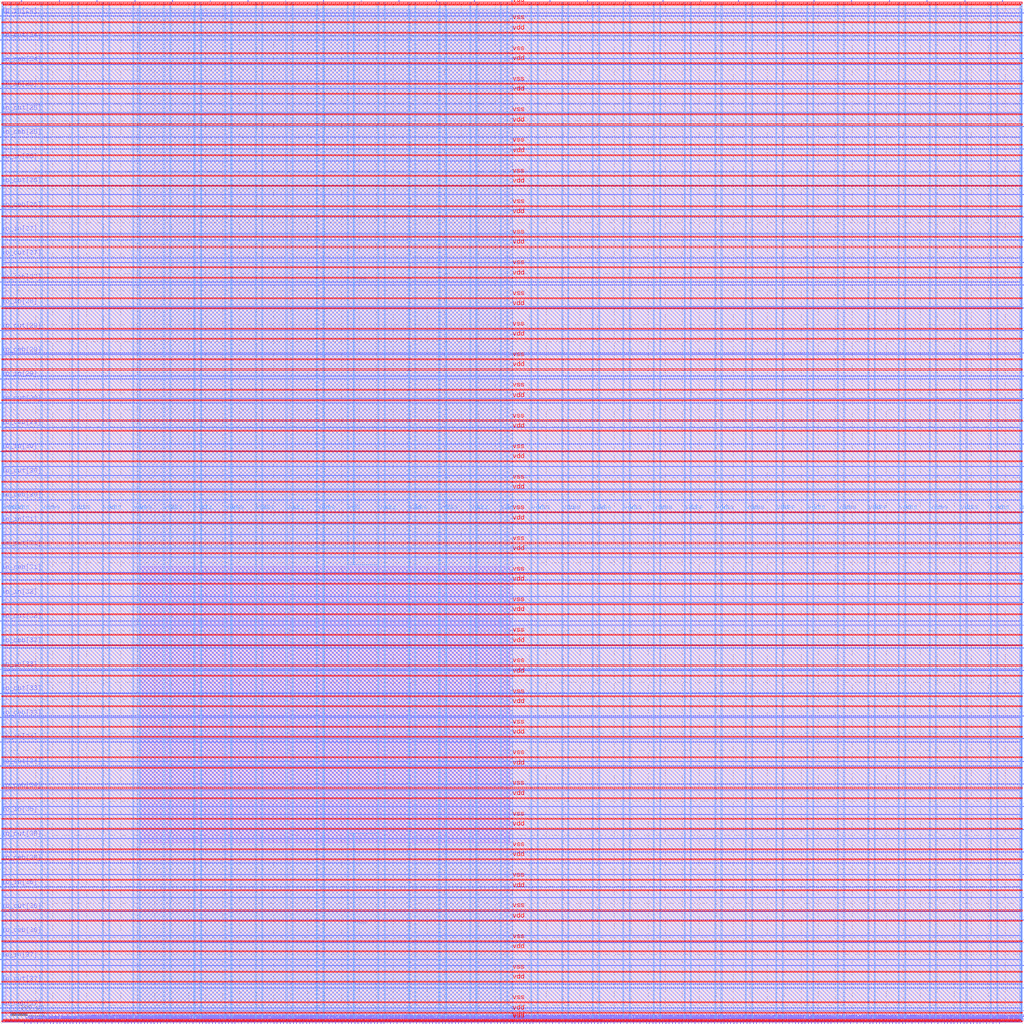
<source format=lef>
VERSION 5.7 ;
  NOWIREEXTENSIONATPIN ON ;
  DIVIDERCHAR "/" ;
  BUSBITCHARS "[]" ;
MACRO user_project_wrapper
  CLASS BLOCK ;
  FOREIGN user_project_wrapper ;
  ORIGIN 0.000 0.000 ;
  SIZE 3000.000 BY 3000.000 ;
  PIN io_in[0]
    DIRECTION INPUT ;
    USE SIGNAL ;
    PORT
      LAYER Metal3 ;
        RECT 2997.600 33.320 3004.800 34.440 ;
    END
  END io_in[0]
  PIN io_in[10]
    DIRECTION INPUT ;
    USE SIGNAL ;
    PORT
      LAYER Metal3 ;
        RECT 2997.600 2032.520 3004.800 2033.640 ;
    END
  END io_in[10]
  PIN io_in[11]
    DIRECTION INPUT ;
    USE SIGNAL ;
    PORT
      LAYER Metal3 ;
        RECT 2997.600 2232.440 3004.800 2233.560 ;
    END
  END io_in[11]
  PIN io_in[12]
    DIRECTION INPUT ;
    USE SIGNAL ;
    PORT
      LAYER Metal3 ;
        RECT 2997.600 2432.360 3004.800 2433.480 ;
    END
  END io_in[12]
  PIN io_in[13]
    DIRECTION INPUT ;
    USE SIGNAL ;
    PORT
      LAYER Metal3 ;
        RECT 2997.600 2632.280 3004.800 2633.400 ;
    END
  END io_in[13]
  PIN io_in[14]
    DIRECTION INPUT ;
    USE SIGNAL ;
    PORT
      LAYER Metal3 ;
        RECT 2997.600 2832.200 3004.800 2833.320 ;
    END
  END io_in[14]
  PIN io_in[15]
    DIRECTION INPUT ;
    USE SIGNAL ;
    PORT
      LAYER Metal2 ;
        RECT 2940.840 2997.600 2941.960 3004.800 ;
    END
  END io_in[15]
  PIN io_in[16]
    DIRECTION INPUT ;
    USE SIGNAL ;
    PORT
      LAYER Metal2 ;
        RECT 2608.200 2997.600 2609.320 3004.800 ;
    END
  END io_in[16]
  PIN io_in[17]
    DIRECTION INPUT ;
    USE SIGNAL ;
    PORT
      LAYER Metal2 ;
        RECT 2275.560 2997.600 2276.680 3004.800 ;
    END
  END io_in[17]
  PIN io_in[18]
    DIRECTION INPUT ;
    USE SIGNAL ;
    PORT
      LAYER Metal2 ;
        RECT 1942.920 2997.600 1944.040 3004.800 ;
    END
  END io_in[18]
  PIN io_in[19]
    DIRECTION INPUT ;
    USE SIGNAL ;
    PORT
      LAYER Metal2 ;
        RECT 1610.280 2997.600 1611.400 3004.800 ;
    END
  END io_in[19]
  PIN io_in[1]
    DIRECTION INPUT ;
    USE SIGNAL ;
    PORT
      LAYER Metal3 ;
        RECT 2997.600 233.240 3004.800 234.360 ;
    END
  END io_in[1]
  PIN io_in[20]
    DIRECTION INPUT ;
    USE SIGNAL ;
    PORT
      LAYER Metal2 ;
        RECT 1277.640 2997.600 1278.760 3004.800 ;
    END
  END io_in[20]
  PIN io_in[21]
    DIRECTION INPUT ;
    USE SIGNAL ;
    PORT
      LAYER Metal2 ;
        RECT 945.000 2997.600 946.120 3004.800 ;
    END
  END io_in[21]
  PIN io_in[22]
    DIRECTION INPUT ;
    USE SIGNAL ;
    PORT
      LAYER Metal2 ;
        RECT 612.360 2997.600 613.480 3004.800 ;
    END
  END io_in[22]
  PIN io_in[23]
    DIRECTION INPUT ;
    USE SIGNAL ;
    PORT
      LAYER Metal2 ;
        RECT 279.720 2997.600 280.840 3004.800 ;
    END
  END io_in[23]
  PIN io_in[24]
    DIRECTION INPUT ;
    USE SIGNAL ;
    PORT
      LAYER Metal3 ;
        RECT -4.800 2957.080 2.400 2958.200 ;
    END
  END io_in[24]
  PIN io_in[25]
    DIRECTION INPUT ;
    USE SIGNAL ;
    PORT
      LAYER Metal3 ;
        RECT -4.800 2743.720 2.400 2744.840 ;
    END
  END io_in[25]
  PIN io_in[26]
    DIRECTION INPUT ;
    USE SIGNAL ;
    PORT
      LAYER Metal3 ;
        RECT -4.800 2530.360 2.400 2531.480 ;
    END
  END io_in[26]
  PIN io_in[27]
    DIRECTION INPUT ;
    USE SIGNAL ;
    PORT
      LAYER Metal3 ;
        RECT -4.800 2317.000 2.400 2318.120 ;
    END
  END io_in[27]
  PIN io_in[28]
    DIRECTION INPUT ;
    USE SIGNAL ;
    PORT
      LAYER Metal3 ;
        RECT -4.800 2103.640 2.400 2104.760 ;
    END
  END io_in[28]
  PIN io_in[29]
    DIRECTION INPUT ;
    USE SIGNAL ;
    PORT
      LAYER Metal3 ;
        RECT -4.800 1890.280 2.400 1891.400 ;
    END
  END io_in[29]
  PIN io_in[2]
    DIRECTION INPUT ;
    USE SIGNAL ;
    PORT
      LAYER Metal3 ;
        RECT 2997.600 433.160 3004.800 434.280 ;
    END
  END io_in[2]
  PIN io_in[30]
    DIRECTION INPUT ;
    USE SIGNAL ;
    PORT
      LAYER Metal3 ;
        RECT -4.800 1676.920 2.400 1678.040 ;
    END
  END io_in[30]
  PIN io_in[31]
    DIRECTION INPUT ;
    USE SIGNAL ;
    PORT
      LAYER Metal3 ;
        RECT -4.800 1463.560 2.400 1464.680 ;
    END
  END io_in[31]
  PIN io_in[32]
    DIRECTION INPUT ;
    USE SIGNAL ;
    PORT
      LAYER Metal3 ;
        RECT -4.800 1250.200 2.400 1251.320 ;
    END
  END io_in[32]
  PIN io_in[33]
    DIRECTION INPUT ;
    USE SIGNAL ;
    PORT
      LAYER Metal3 ;
        RECT -4.800 1036.840 2.400 1037.960 ;
    END
  END io_in[33]
  PIN io_in[34]
    DIRECTION INPUT ;
    USE SIGNAL ;
    PORT
      LAYER Metal3 ;
        RECT -4.800 823.480 2.400 824.600 ;
    END
  END io_in[34]
  PIN io_in[35]
    DIRECTION INPUT ;
    USE SIGNAL ;
    PORT
      LAYER Metal3 ;
        RECT -4.800 610.120 2.400 611.240 ;
    END
  END io_in[35]
  PIN io_in[36]
    DIRECTION INPUT ;
    USE SIGNAL ;
    PORT
      LAYER Metal3 ;
        RECT -4.800 396.760 2.400 397.880 ;
    END
  END io_in[36]
  PIN io_in[37]
    DIRECTION INPUT ;
    USE SIGNAL ;
    PORT
      LAYER Metal3 ;
        RECT -4.800 183.400 2.400 184.520 ;
    END
  END io_in[37]
  PIN io_in[3]
    DIRECTION INPUT ;
    USE SIGNAL ;
    PORT
      LAYER Metal3 ;
        RECT 2997.600 633.080 3004.800 634.200 ;
    END
  END io_in[3]
  PIN io_in[4]
    DIRECTION INPUT ;
    USE SIGNAL ;
    PORT
      LAYER Metal3 ;
        RECT 2997.600 833.000 3004.800 834.120 ;
    END
  END io_in[4]
  PIN io_in[5]
    DIRECTION INPUT ;
    USE SIGNAL ;
    PORT
      LAYER Metal3 ;
        RECT 2997.600 1032.920 3004.800 1034.040 ;
    END
  END io_in[5]
  PIN io_in[6]
    DIRECTION INPUT ;
    USE SIGNAL ;
    PORT
      LAYER Metal3 ;
        RECT 2997.600 1232.840 3004.800 1233.960 ;
    END
  END io_in[6]
  PIN io_in[7]
    DIRECTION INPUT ;
    USE SIGNAL ;
    PORT
      LAYER Metal3 ;
        RECT 2997.600 1432.760 3004.800 1433.880 ;
    END
  END io_in[7]
  PIN io_in[8]
    DIRECTION INPUT ;
    USE SIGNAL ;
    PORT
      LAYER Metal3 ;
        RECT 2997.600 1632.680 3004.800 1633.800 ;
    END
  END io_in[8]
  PIN io_in[9]
    DIRECTION INPUT ;
    USE SIGNAL ;
    PORT
      LAYER Metal3 ;
        RECT 2997.600 1832.600 3004.800 1833.720 ;
    END
  END io_in[9]
  PIN io_oeb[0]
    DIRECTION OUTPUT TRISTATE ;
    USE SIGNAL ;
    PORT
      LAYER Metal3 ;
        RECT 2997.600 166.600 3004.800 167.720 ;
    END
  END io_oeb[0]
  PIN io_oeb[10]
    DIRECTION OUTPUT TRISTATE ;
    USE SIGNAL ;
    PORT
      LAYER Metal3 ;
        RECT 2997.600 2165.800 3004.800 2166.920 ;
    END
  END io_oeb[10]
  PIN io_oeb[11]
    DIRECTION OUTPUT TRISTATE ;
    USE SIGNAL ;
    PORT
      LAYER Metal3 ;
        RECT 2997.600 2365.720 3004.800 2366.840 ;
    END
  END io_oeb[11]
  PIN io_oeb[12]
    DIRECTION OUTPUT TRISTATE ;
    USE SIGNAL ;
    PORT
      LAYER Metal3 ;
        RECT 2997.600 2565.640 3004.800 2566.760 ;
    END
  END io_oeb[12]
  PIN io_oeb[13]
    DIRECTION OUTPUT TRISTATE ;
    USE SIGNAL ;
    PORT
      LAYER Metal3 ;
        RECT 2997.600 2765.560 3004.800 2766.680 ;
    END
  END io_oeb[13]
  PIN io_oeb[14]
    DIRECTION OUTPUT TRISTATE ;
    USE SIGNAL ;
    PORT
      LAYER Metal3 ;
        RECT 2997.600 2965.480 3004.800 2966.600 ;
    END
  END io_oeb[14]
  PIN io_oeb[15]
    DIRECTION OUTPUT TRISTATE ;
    USE SIGNAL ;
    PORT
      LAYER Metal2 ;
        RECT 2719.080 2997.600 2720.200 3004.800 ;
    END
  END io_oeb[15]
  PIN io_oeb[16]
    DIRECTION OUTPUT TRISTATE ;
    USE SIGNAL ;
    PORT
      LAYER Metal2 ;
        RECT 2386.440 2997.600 2387.560 3004.800 ;
    END
  END io_oeb[16]
  PIN io_oeb[17]
    DIRECTION OUTPUT TRISTATE ;
    USE SIGNAL ;
    PORT
      LAYER Metal2 ;
        RECT 2053.800 2997.600 2054.920 3004.800 ;
    END
  END io_oeb[17]
  PIN io_oeb[18]
    DIRECTION OUTPUT TRISTATE ;
    USE SIGNAL ;
    PORT
      LAYER Metal2 ;
        RECT 1721.160 2997.600 1722.280 3004.800 ;
    END
  END io_oeb[18]
  PIN io_oeb[19]
    DIRECTION OUTPUT TRISTATE ;
    USE SIGNAL ;
    PORT
      LAYER Metal2 ;
        RECT 1388.520 2997.600 1389.640 3004.800 ;
    END
  END io_oeb[19]
  PIN io_oeb[1]
    DIRECTION OUTPUT TRISTATE ;
    USE SIGNAL ;
    PORT
      LAYER Metal3 ;
        RECT 2997.600 366.520 3004.800 367.640 ;
    END
  END io_oeb[1]
  PIN io_oeb[20]
    DIRECTION OUTPUT TRISTATE ;
    USE SIGNAL ;
    PORT
      LAYER Metal2 ;
        RECT 1055.880 2997.600 1057.000 3004.800 ;
    END
  END io_oeb[20]
  PIN io_oeb[21]
    DIRECTION OUTPUT TRISTATE ;
    USE SIGNAL ;
    PORT
      LAYER Metal2 ;
        RECT 723.240 2997.600 724.360 3004.800 ;
    END
  END io_oeb[21]
  PIN io_oeb[22]
    DIRECTION OUTPUT TRISTATE ;
    USE SIGNAL ;
    PORT
      LAYER Metal2 ;
        RECT 390.600 2997.600 391.720 3004.800 ;
    END
  END io_oeb[22]
  PIN io_oeb[23]
    DIRECTION OUTPUT TRISTATE ;
    USE SIGNAL ;
    PORT
      LAYER Metal2 ;
        RECT 57.960 2997.600 59.080 3004.800 ;
    END
  END io_oeb[23]
  PIN io_oeb[24]
    DIRECTION OUTPUT TRISTATE ;
    USE SIGNAL ;
    PORT
      LAYER Metal3 ;
        RECT -4.800 2814.840 2.400 2815.960 ;
    END
  END io_oeb[24]
  PIN io_oeb[25]
    DIRECTION OUTPUT TRISTATE ;
    USE SIGNAL ;
    PORT
      LAYER Metal3 ;
        RECT -4.800 2601.480 2.400 2602.600 ;
    END
  END io_oeb[25]
  PIN io_oeb[26]
    DIRECTION OUTPUT TRISTATE ;
    USE SIGNAL ;
    PORT
      LAYER Metal3 ;
        RECT -4.800 2388.120 2.400 2389.240 ;
    END
  END io_oeb[26]
  PIN io_oeb[27]
    DIRECTION OUTPUT TRISTATE ;
    USE SIGNAL ;
    PORT
      LAYER Metal3 ;
        RECT -4.800 2174.760 2.400 2175.880 ;
    END
  END io_oeb[27]
  PIN io_oeb[28]
    DIRECTION OUTPUT TRISTATE ;
    USE SIGNAL ;
    PORT
      LAYER Metal3 ;
        RECT -4.800 1961.400 2.400 1962.520 ;
    END
  END io_oeb[28]
  PIN io_oeb[29]
    DIRECTION OUTPUT TRISTATE ;
    USE SIGNAL ;
    PORT
      LAYER Metal3 ;
        RECT -4.800 1748.040 2.400 1749.160 ;
    END
  END io_oeb[29]
  PIN io_oeb[2]
    DIRECTION OUTPUT TRISTATE ;
    USE SIGNAL ;
    PORT
      LAYER Metal3 ;
        RECT 2997.600 566.440 3004.800 567.560 ;
    END
  END io_oeb[2]
  PIN io_oeb[30]
    DIRECTION OUTPUT TRISTATE ;
    USE SIGNAL ;
    PORT
      LAYER Metal3 ;
        RECT -4.800 1534.680 2.400 1535.800 ;
    END
  END io_oeb[30]
  PIN io_oeb[31]
    DIRECTION OUTPUT TRISTATE ;
    USE SIGNAL ;
    PORT
      LAYER Metal3 ;
        RECT -4.800 1321.320 2.400 1322.440 ;
    END
  END io_oeb[31]
  PIN io_oeb[32]
    DIRECTION OUTPUT TRISTATE ;
    USE SIGNAL ;
    PORT
      LAYER Metal3 ;
        RECT -4.800 1107.960 2.400 1109.080 ;
    END
  END io_oeb[32]
  PIN io_oeb[33]
    DIRECTION OUTPUT TRISTATE ;
    USE SIGNAL ;
    PORT
      LAYER Metal3 ;
        RECT -4.800 894.600 2.400 895.720 ;
    END
  END io_oeb[33]
  PIN io_oeb[34]
    DIRECTION OUTPUT TRISTATE ;
    USE SIGNAL ;
    PORT
      LAYER Metal3 ;
        RECT -4.800 681.240 2.400 682.360 ;
    END
  END io_oeb[34]
  PIN io_oeb[35]
    DIRECTION OUTPUT TRISTATE ;
    USE SIGNAL ;
    PORT
      LAYER Metal3 ;
        RECT -4.800 467.880 2.400 469.000 ;
    END
  END io_oeb[35]
  PIN io_oeb[36]
    DIRECTION OUTPUT TRISTATE ;
    USE SIGNAL ;
    PORT
      LAYER Metal3 ;
        RECT -4.800 254.520 2.400 255.640 ;
    END
  END io_oeb[36]
  PIN io_oeb[37]
    DIRECTION OUTPUT TRISTATE ;
    USE SIGNAL ;
    PORT
      LAYER Metal3 ;
        RECT -4.800 41.160 2.400 42.280 ;
    END
  END io_oeb[37]
  PIN io_oeb[3]
    DIRECTION OUTPUT TRISTATE ;
    USE SIGNAL ;
    PORT
      LAYER Metal3 ;
        RECT 2997.600 766.360 3004.800 767.480 ;
    END
  END io_oeb[3]
  PIN io_oeb[4]
    DIRECTION OUTPUT TRISTATE ;
    USE SIGNAL ;
    PORT
      LAYER Metal3 ;
        RECT 2997.600 966.280 3004.800 967.400 ;
    END
  END io_oeb[4]
  PIN io_oeb[5]
    DIRECTION OUTPUT TRISTATE ;
    USE SIGNAL ;
    PORT
      LAYER Metal3 ;
        RECT 2997.600 1166.200 3004.800 1167.320 ;
    END
  END io_oeb[5]
  PIN io_oeb[6]
    DIRECTION OUTPUT TRISTATE ;
    USE SIGNAL ;
    PORT
      LAYER Metal3 ;
        RECT 2997.600 1366.120 3004.800 1367.240 ;
    END
  END io_oeb[6]
  PIN io_oeb[7]
    DIRECTION OUTPUT TRISTATE ;
    USE SIGNAL ;
    PORT
      LAYER Metal3 ;
        RECT 2997.600 1566.040 3004.800 1567.160 ;
    END
  END io_oeb[7]
  PIN io_oeb[8]
    DIRECTION OUTPUT TRISTATE ;
    USE SIGNAL ;
    PORT
      LAYER Metal3 ;
        RECT 2997.600 1765.960 3004.800 1767.080 ;
    END
  END io_oeb[8]
  PIN io_oeb[9]
    DIRECTION OUTPUT TRISTATE ;
    USE SIGNAL ;
    PORT
      LAYER Metal3 ;
        RECT 2997.600 1965.880 3004.800 1967.000 ;
    END
  END io_oeb[9]
  PIN io_out[0]
    DIRECTION OUTPUT TRISTATE ;
    USE SIGNAL ;
    PORT
      LAYER Metal3 ;
        RECT 2997.600 99.960 3004.800 101.080 ;
    END
  END io_out[0]
  PIN io_out[10]
    DIRECTION OUTPUT TRISTATE ;
    USE SIGNAL ;
    PORT
      LAYER Metal3 ;
        RECT 2997.600 2099.160 3004.800 2100.280 ;
    END
  END io_out[10]
  PIN io_out[11]
    DIRECTION OUTPUT TRISTATE ;
    USE SIGNAL ;
    PORT
      LAYER Metal3 ;
        RECT 2997.600 2299.080 3004.800 2300.200 ;
    END
  END io_out[11]
  PIN io_out[12]
    DIRECTION OUTPUT TRISTATE ;
    USE SIGNAL ;
    PORT
      LAYER Metal3 ;
        RECT 2997.600 2499.000 3004.800 2500.120 ;
    END
  END io_out[12]
  PIN io_out[13]
    DIRECTION OUTPUT TRISTATE ;
    USE SIGNAL ;
    PORT
      LAYER Metal3 ;
        RECT 2997.600 2698.920 3004.800 2700.040 ;
    END
  END io_out[13]
  PIN io_out[14]
    DIRECTION OUTPUT TRISTATE ;
    USE SIGNAL ;
    PORT
      LAYER Metal3 ;
        RECT 2997.600 2898.840 3004.800 2899.960 ;
    END
  END io_out[14]
  PIN io_out[15]
    DIRECTION OUTPUT TRISTATE ;
    USE SIGNAL ;
    PORT
      LAYER Metal2 ;
        RECT 2829.960 2997.600 2831.080 3004.800 ;
    END
  END io_out[15]
  PIN io_out[16]
    DIRECTION OUTPUT TRISTATE ;
    USE SIGNAL ;
    PORT
      LAYER Metal2 ;
        RECT 2497.320 2997.600 2498.440 3004.800 ;
    END
  END io_out[16]
  PIN io_out[17]
    DIRECTION OUTPUT TRISTATE ;
    USE SIGNAL ;
    PORT
      LAYER Metal2 ;
        RECT 2164.680 2997.600 2165.800 3004.800 ;
    END
  END io_out[17]
  PIN io_out[18]
    DIRECTION OUTPUT TRISTATE ;
    USE SIGNAL ;
    PORT
      LAYER Metal2 ;
        RECT 1832.040 2997.600 1833.160 3004.800 ;
    END
  END io_out[18]
  PIN io_out[19]
    DIRECTION OUTPUT TRISTATE ;
    USE SIGNAL ;
    PORT
      LAYER Metal2 ;
        RECT 1499.400 2997.600 1500.520 3004.800 ;
    END
  END io_out[19]
  PIN io_out[1]
    DIRECTION OUTPUT TRISTATE ;
    USE SIGNAL ;
    PORT
      LAYER Metal3 ;
        RECT 2997.600 299.880 3004.800 301.000 ;
    END
  END io_out[1]
  PIN io_out[20]
    DIRECTION OUTPUT TRISTATE ;
    USE SIGNAL ;
    PORT
      LAYER Metal2 ;
        RECT 1166.760 2997.600 1167.880 3004.800 ;
    END
  END io_out[20]
  PIN io_out[21]
    DIRECTION OUTPUT TRISTATE ;
    USE SIGNAL ;
    PORT
      LAYER Metal2 ;
        RECT 834.120 2997.600 835.240 3004.800 ;
    END
  END io_out[21]
  PIN io_out[22]
    DIRECTION OUTPUT TRISTATE ;
    USE SIGNAL ;
    PORT
      LAYER Metal2 ;
        RECT 501.480 2997.600 502.600 3004.800 ;
    END
  END io_out[22]
  PIN io_out[23]
    DIRECTION OUTPUT TRISTATE ;
    USE SIGNAL ;
    PORT
      LAYER Metal2 ;
        RECT 168.840 2997.600 169.960 3004.800 ;
    END
  END io_out[23]
  PIN io_out[24]
    DIRECTION OUTPUT TRISTATE ;
    USE SIGNAL ;
    PORT
      LAYER Metal3 ;
        RECT -4.800 2885.960 2.400 2887.080 ;
    END
  END io_out[24]
  PIN io_out[25]
    DIRECTION OUTPUT TRISTATE ;
    USE SIGNAL ;
    PORT
      LAYER Metal3 ;
        RECT -4.800 2672.600 2.400 2673.720 ;
    END
  END io_out[25]
  PIN io_out[26]
    DIRECTION OUTPUT TRISTATE ;
    USE SIGNAL ;
    PORT
      LAYER Metal3 ;
        RECT -4.800 2459.240 2.400 2460.360 ;
    END
  END io_out[26]
  PIN io_out[27]
    DIRECTION OUTPUT TRISTATE ;
    USE SIGNAL ;
    PORT
      LAYER Metal3 ;
        RECT -4.800 2245.880 2.400 2247.000 ;
    END
  END io_out[27]
  PIN io_out[28]
    DIRECTION OUTPUT TRISTATE ;
    USE SIGNAL ;
    PORT
      LAYER Metal3 ;
        RECT -4.800 2032.520 2.400 2033.640 ;
    END
  END io_out[28]
  PIN io_out[29]
    DIRECTION OUTPUT TRISTATE ;
    USE SIGNAL ;
    PORT
      LAYER Metal3 ;
        RECT -4.800 1819.160 2.400 1820.280 ;
    END
  END io_out[29]
  PIN io_out[2]
    DIRECTION OUTPUT TRISTATE ;
    USE SIGNAL ;
    PORT
      LAYER Metal3 ;
        RECT 2997.600 499.800 3004.800 500.920 ;
    END
  END io_out[2]
  PIN io_out[30]
    DIRECTION OUTPUT TRISTATE ;
    USE SIGNAL ;
    PORT
      LAYER Metal3 ;
        RECT -4.800 1605.800 2.400 1606.920 ;
    END
  END io_out[30]
  PIN io_out[31]
    DIRECTION OUTPUT TRISTATE ;
    USE SIGNAL ;
    PORT
      LAYER Metal3 ;
        RECT -4.800 1392.440 2.400 1393.560 ;
    END
  END io_out[31]
  PIN io_out[32]
    DIRECTION OUTPUT TRISTATE ;
    USE SIGNAL ;
    PORT
      LAYER Metal3 ;
        RECT -4.800 1179.080 2.400 1180.200 ;
    END
  END io_out[32]
  PIN io_out[33]
    DIRECTION OUTPUT TRISTATE ;
    USE SIGNAL ;
    PORT
      LAYER Metal3 ;
        RECT -4.800 965.720 2.400 966.840 ;
    END
  END io_out[33]
  PIN io_out[34]
    DIRECTION OUTPUT TRISTATE ;
    USE SIGNAL ;
    PORT
      LAYER Metal3 ;
        RECT -4.800 752.360 2.400 753.480 ;
    END
  END io_out[34]
  PIN io_out[35]
    DIRECTION OUTPUT TRISTATE ;
    USE SIGNAL ;
    PORT
      LAYER Metal3 ;
        RECT -4.800 539.000 2.400 540.120 ;
    END
  END io_out[35]
  PIN io_out[36]
    DIRECTION OUTPUT TRISTATE ;
    USE SIGNAL ;
    PORT
      LAYER Metal3 ;
        RECT -4.800 325.640 2.400 326.760 ;
    END
  END io_out[36]
  PIN io_out[37]
    DIRECTION OUTPUT TRISTATE ;
    USE SIGNAL ;
    PORT
      LAYER Metal3 ;
        RECT -4.800 112.280 2.400 113.400 ;
    END
  END io_out[37]
  PIN io_out[3]
    DIRECTION OUTPUT TRISTATE ;
    USE SIGNAL ;
    PORT
      LAYER Metal3 ;
        RECT 2997.600 699.720 3004.800 700.840 ;
    END
  END io_out[3]
  PIN io_out[4]
    DIRECTION OUTPUT TRISTATE ;
    USE SIGNAL ;
    PORT
      LAYER Metal3 ;
        RECT 2997.600 899.640 3004.800 900.760 ;
    END
  END io_out[4]
  PIN io_out[5]
    DIRECTION OUTPUT TRISTATE ;
    USE SIGNAL ;
    PORT
      LAYER Metal3 ;
        RECT 2997.600 1099.560 3004.800 1100.680 ;
    END
  END io_out[5]
  PIN io_out[6]
    DIRECTION OUTPUT TRISTATE ;
    USE SIGNAL ;
    PORT
      LAYER Metal3 ;
        RECT 2997.600 1299.480 3004.800 1300.600 ;
    END
  END io_out[6]
  PIN io_out[7]
    DIRECTION OUTPUT TRISTATE ;
    USE SIGNAL ;
    PORT
      LAYER Metal3 ;
        RECT 2997.600 1499.400 3004.800 1500.520 ;
    END
  END io_out[7]
  PIN io_out[8]
    DIRECTION OUTPUT TRISTATE ;
    USE SIGNAL ;
    PORT
      LAYER Metal3 ;
        RECT 2997.600 1699.320 3004.800 1700.440 ;
    END
  END io_out[8]
  PIN io_out[9]
    DIRECTION OUTPUT TRISTATE ;
    USE SIGNAL ;
    PORT
      LAYER Metal3 ;
        RECT 2997.600 1899.240 3004.800 1900.360 ;
    END
  END io_out[9]
  PIN la_data_in[0]
    DIRECTION INPUT ;
    USE SIGNAL ;
    PORT
      LAYER Metal2 ;
        RECT 1075.480 -4.800 1076.600 2.400 ;
    END
  END la_data_in[0]
  PIN la_data_in[10]
    DIRECTION INPUT ;
    USE SIGNAL ;
    PORT
      LAYER Metal2 ;
        RECT 1361.080 -4.800 1362.200 2.400 ;
    END
  END la_data_in[10]
  PIN la_data_in[11]
    DIRECTION INPUT ;
    USE SIGNAL ;
    PORT
      LAYER Metal2 ;
        RECT 1389.640 -4.800 1390.760 2.400 ;
    END
  END la_data_in[11]
  PIN la_data_in[12]
    DIRECTION INPUT ;
    USE SIGNAL ;
    PORT
      LAYER Metal2 ;
        RECT 1418.200 -4.800 1419.320 2.400 ;
    END
  END la_data_in[12]
  PIN la_data_in[13]
    DIRECTION INPUT ;
    USE SIGNAL ;
    PORT
      LAYER Metal2 ;
        RECT 1446.760 -4.800 1447.880 2.400 ;
    END
  END la_data_in[13]
  PIN la_data_in[14]
    DIRECTION INPUT ;
    USE SIGNAL ;
    PORT
      LAYER Metal2 ;
        RECT 1475.320 -4.800 1476.440 2.400 ;
    END
  END la_data_in[14]
  PIN la_data_in[15]
    DIRECTION INPUT ;
    USE SIGNAL ;
    PORT
      LAYER Metal2 ;
        RECT 1503.880 -4.800 1505.000 2.400 ;
    END
  END la_data_in[15]
  PIN la_data_in[16]
    DIRECTION INPUT ;
    USE SIGNAL ;
    PORT
      LAYER Metal2 ;
        RECT 1532.440 -4.800 1533.560 2.400 ;
    END
  END la_data_in[16]
  PIN la_data_in[17]
    DIRECTION INPUT ;
    USE SIGNAL ;
    PORT
      LAYER Metal2 ;
        RECT 1561.000 -4.800 1562.120 2.400 ;
    END
  END la_data_in[17]
  PIN la_data_in[18]
    DIRECTION INPUT ;
    USE SIGNAL ;
    PORT
      LAYER Metal2 ;
        RECT 1589.560 -4.800 1590.680 2.400 ;
    END
  END la_data_in[18]
  PIN la_data_in[19]
    DIRECTION INPUT ;
    USE SIGNAL ;
    PORT
      LAYER Metal2 ;
        RECT 1618.120 -4.800 1619.240 2.400 ;
    END
  END la_data_in[19]
  PIN la_data_in[1]
    DIRECTION INPUT ;
    USE SIGNAL ;
    PORT
      LAYER Metal2 ;
        RECT 1104.040 -4.800 1105.160 2.400 ;
    END
  END la_data_in[1]
  PIN la_data_in[20]
    DIRECTION INPUT ;
    USE SIGNAL ;
    PORT
      LAYER Metal2 ;
        RECT 1646.680 -4.800 1647.800 2.400 ;
    END
  END la_data_in[20]
  PIN la_data_in[21]
    DIRECTION INPUT ;
    USE SIGNAL ;
    PORT
      LAYER Metal2 ;
        RECT 1675.240 -4.800 1676.360 2.400 ;
    END
  END la_data_in[21]
  PIN la_data_in[22]
    DIRECTION INPUT ;
    USE SIGNAL ;
    PORT
      LAYER Metal2 ;
        RECT 1703.800 -4.800 1704.920 2.400 ;
    END
  END la_data_in[22]
  PIN la_data_in[23]
    DIRECTION INPUT ;
    USE SIGNAL ;
    PORT
      LAYER Metal2 ;
        RECT 1732.360 -4.800 1733.480 2.400 ;
    END
  END la_data_in[23]
  PIN la_data_in[24]
    DIRECTION INPUT ;
    USE SIGNAL ;
    PORT
      LAYER Metal2 ;
        RECT 1760.920 -4.800 1762.040 2.400 ;
    END
  END la_data_in[24]
  PIN la_data_in[25]
    DIRECTION INPUT ;
    USE SIGNAL ;
    PORT
      LAYER Metal2 ;
        RECT 1789.480 -4.800 1790.600 2.400 ;
    END
  END la_data_in[25]
  PIN la_data_in[26]
    DIRECTION INPUT ;
    USE SIGNAL ;
    PORT
      LAYER Metal2 ;
        RECT 1818.040 -4.800 1819.160 2.400 ;
    END
  END la_data_in[26]
  PIN la_data_in[27]
    DIRECTION INPUT ;
    USE SIGNAL ;
    PORT
      LAYER Metal2 ;
        RECT 1846.600 -4.800 1847.720 2.400 ;
    END
  END la_data_in[27]
  PIN la_data_in[28]
    DIRECTION INPUT ;
    USE SIGNAL ;
    PORT
      LAYER Metal2 ;
        RECT 1875.160 -4.800 1876.280 2.400 ;
    END
  END la_data_in[28]
  PIN la_data_in[29]
    DIRECTION INPUT ;
    USE SIGNAL ;
    PORT
      LAYER Metal2 ;
        RECT 1903.720 -4.800 1904.840 2.400 ;
    END
  END la_data_in[29]
  PIN la_data_in[2]
    DIRECTION INPUT ;
    USE SIGNAL ;
    PORT
      LAYER Metal2 ;
        RECT 1132.600 -4.800 1133.720 2.400 ;
    END
  END la_data_in[2]
  PIN la_data_in[30]
    DIRECTION INPUT ;
    USE SIGNAL ;
    PORT
      LAYER Metal2 ;
        RECT 1932.280 -4.800 1933.400 2.400 ;
    END
  END la_data_in[30]
  PIN la_data_in[31]
    DIRECTION INPUT ;
    USE SIGNAL ;
    PORT
      LAYER Metal2 ;
        RECT 1960.840 -4.800 1961.960 2.400 ;
    END
  END la_data_in[31]
  PIN la_data_in[32]
    DIRECTION INPUT ;
    USE SIGNAL ;
    PORT
      LAYER Metal2 ;
        RECT 1989.400 -4.800 1990.520 2.400 ;
    END
  END la_data_in[32]
  PIN la_data_in[33]
    DIRECTION INPUT ;
    USE SIGNAL ;
    PORT
      LAYER Metal2 ;
        RECT 2017.960 -4.800 2019.080 2.400 ;
    END
  END la_data_in[33]
  PIN la_data_in[34]
    DIRECTION INPUT ;
    USE SIGNAL ;
    PORT
      LAYER Metal2 ;
        RECT 2046.520 -4.800 2047.640 2.400 ;
    END
  END la_data_in[34]
  PIN la_data_in[35]
    DIRECTION INPUT ;
    USE SIGNAL ;
    PORT
      LAYER Metal2 ;
        RECT 2075.080 -4.800 2076.200 2.400 ;
    END
  END la_data_in[35]
  PIN la_data_in[36]
    DIRECTION INPUT ;
    USE SIGNAL ;
    PORT
      LAYER Metal2 ;
        RECT 2103.640 -4.800 2104.760 2.400 ;
    END
  END la_data_in[36]
  PIN la_data_in[37]
    DIRECTION INPUT ;
    USE SIGNAL ;
    PORT
      LAYER Metal2 ;
        RECT 2132.200 -4.800 2133.320 2.400 ;
    END
  END la_data_in[37]
  PIN la_data_in[38]
    DIRECTION INPUT ;
    USE SIGNAL ;
    PORT
      LAYER Metal2 ;
        RECT 2160.760 -4.800 2161.880 2.400 ;
    END
  END la_data_in[38]
  PIN la_data_in[39]
    DIRECTION INPUT ;
    USE SIGNAL ;
    PORT
      LAYER Metal2 ;
        RECT 2189.320 -4.800 2190.440 2.400 ;
    END
  END la_data_in[39]
  PIN la_data_in[3]
    DIRECTION INPUT ;
    USE SIGNAL ;
    PORT
      LAYER Metal2 ;
        RECT 1161.160 -4.800 1162.280 2.400 ;
    END
  END la_data_in[3]
  PIN la_data_in[40]
    DIRECTION INPUT ;
    USE SIGNAL ;
    PORT
      LAYER Metal2 ;
        RECT 2217.880 -4.800 2219.000 2.400 ;
    END
  END la_data_in[40]
  PIN la_data_in[41]
    DIRECTION INPUT ;
    USE SIGNAL ;
    PORT
      LAYER Metal2 ;
        RECT 2246.440 -4.800 2247.560 2.400 ;
    END
  END la_data_in[41]
  PIN la_data_in[42]
    DIRECTION INPUT ;
    USE SIGNAL ;
    PORT
      LAYER Metal2 ;
        RECT 2275.000 -4.800 2276.120 2.400 ;
    END
  END la_data_in[42]
  PIN la_data_in[43]
    DIRECTION INPUT ;
    USE SIGNAL ;
    PORT
      LAYER Metal2 ;
        RECT 2303.560 -4.800 2304.680 2.400 ;
    END
  END la_data_in[43]
  PIN la_data_in[44]
    DIRECTION INPUT ;
    USE SIGNAL ;
    PORT
      LAYER Metal2 ;
        RECT 2332.120 -4.800 2333.240 2.400 ;
    END
  END la_data_in[44]
  PIN la_data_in[45]
    DIRECTION INPUT ;
    USE SIGNAL ;
    PORT
      LAYER Metal2 ;
        RECT 2360.680 -4.800 2361.800 2.400 ;
    END
  END la_data_in[45]
  PIN la_data_in[46]
    DIRECTION INPUT ;
    USE SIGNAL ;
    PORT
      LAYER Metal2 ;
        RECT 2389.240 -4.800 2390.360 2.400 ;
    END
  END la_data_in[46]
  PIN la_data_in[47]
    DIRECTION INPUT ;
    USE SIGNAL ;
    PORT
      LAYER Metal2 ;
        RECT 2417.800 -4.800 2418.920 2.400 ;
    END
  END la_data_in[47]
  PIN la_data_in[48]
    DIRECTION INPUT ;
    USE SIGNAL ;
    PORT
      LAYER Metal2 ;
        RECT 2446.360 -4.800 2447.480 2.400 ;
    END
  END la_data_in[48]
  PIN la_data_in[49]
    DIRECTION INPUT ;
    USE SIGNAL ;
    PORT
      LAYER Metal2 ;
        RECT 2474.920 -4.800 2476.040 2.400 ;
    END
  END la_data_in[49]
  PIN la_data_in[4]
    DIRECTION INPUT ;
    USE SIGNAL ;
    PORT
      LAYER Metal2 ;
        RECT 1189.720 -4.800 1190.840 2.400 ;
    END
  END la_data_in[4]
  PIN la_data_in[50]
    DIRECTION INPUT ;
    USE SIGNAL ;
    PORT
      LAYER Metal2 ;
        RECT 2503.480 -4.800 2504.600 2.400 ;
    END
  END la_data_in[50]
  PIN la_data_in[51]
    DIRECTION INPUT ;
    USE SIGNAL ;
    PORT
      LAYER Metal2 ;
        RECT 2532.040 -4.800 2533.160 2.400 ;
    END
  END la_data_in[51]
  PIN la_data_in[52]
    DIRECTION INPUT ;
    USE SIGNAL ;
    PORT
      LAYER Metal2 ;
        RECT 2560.600 -4.800 2561.720 2.400 ;
    END
  END la_data_in[52]
  PIN la_data_in[53]
    DIRECTION INPUT ;
    USE SIGNAL ;
    PORT
      LAYER Metal2 ;
        RECT 2589.160 -4.800 2590.280 2.400 ;
    END
  END la_data_in[53]
  PIN la_data_in[54]
    DIRECTION INPUT ;
    USE SIGNAL ;
    PORT
      LAYER Metal2 ;
        RECT 2617.720 -4.800 2618.840 2.400 ;
    END
  END la_data_in[54]
  PIN la_data_in[55]
    DIRECTION INPUT ;
    USE SIGNAL ;
    PORT
      LAYER Metal2 ;
        RECT 2646.280 -4.800 2647.400 2.400 ;
    END
  END la_data_in[55]
  PIN la_data_in[56]
    DIRECTION INPUT ;
    USE SIGNAL ;
    PORT
      LAYER Metal2 ;
        RECT 2674.840 -4.800 2675.960 2.400 ;
    END
  END la_data_in[56]
  PIN la_data_in[57]
    DIRECTION INPUT ;
    USE SIGNAL ;
    PORT
      LAYER Metal2 ;
        RECT 2703.400 -4.800 2704.520 2.400 ;
    END
  END la_data_in[57]
  PIN la_data_in[58]
    DIRECTION INPUT ;
    USE SIGNAL ;
    PORT
      LAYER Metal2 ;
        RECT 2731.960 -4.800 2733.080 2.400 ;
    END
  END la_data_in[58]
  PIN la_data_in[59]
    DIRECTION INPUT ;
    USE SIGNAL ;
    PORT
      LAYER Metal2 ;
        RECT 2760.520 -4.800 2761.640 2.400 ;
    END
  END la_data_in[59]
  PIN la_data_in[5]
    DIRECTION INPUT ;
    USE SIGNAL ;
    PORT
      LAYER Metal2 ;
        RECT 1218.280 -4.800 1219.400 2.400 ;
    END
  END la_data_in[5]
  PIN la_data_in[60]
    DIRECTION INPUT ;
    USE SIGNAL ;
    PORT
      LAYER Metal2 ;
        RECT 2789.080 -4.800 2790.200 2.400 ;
    END
  END la_data_in[60]
  PIN la_data_in[61]
    DIRECTION INPUT ;
    USE SIGNAL ;
    PORT
      LAYER Metal2 ;
        RECT 2817.640 -4.800 2818.760 2.400 ;
    END
  END la_data_in[61]
  PIN la_data_in[62]
    DIRECTION INPUT ;
    USE SIGNAL ;
    PORT
      LAYER Metal2 ;
        RECT 2846.200 -4.800 2847.320 2.400 ;
    END
  END la_data_in[62]
  PIN la_data_in[63]
    DIRECTION INPUT ;
    USE SIGNAL ;
    PORT
      LAYER Metal2 ;
        RECT 2874.760 -4.800 2875.880 2.400 ;
    END
  END la_data_in[63]
  PIN la_data_in[6]
    DIRECTION INPUT ;
    USE SIGNAL ;
    PORT
      LAYER Metal2 ;
        RECT 1246.840 -4.800 1247.960 2.400 ;
    END
  END la_data_in[6]
  PIN la_data_in[7]
    DIRECTION INPUT ;
    USE SIGNAL ;
    PORT
      LAYER Metal2 ;
        RECT 1275.400 -4.800 1276.520 2.400 ;
    END
  END la_data_in[7]
  PIN la_data_in[8]
    DIRECTION INPUT ;
    USE SIGNAL ;
    PORT
      LAYER Metal2 ;
        RECT 1303.960 -4.800 1305.080 2.400 ;
    END
  END la_data_in[8]
  PIN la_data_in[9]
    DIRECTION INPUT ;
    USE SIGNAL ;
    PORT
      LAYER Metal2 ;
        RECT 1332.520 -4.800 1333.640 2.400 ;
    END
  END la_data_in[9]
  PIN la_data_out[0]
    DIRECTION OUTPUT TRISTATE ;
    USE SIGNAL ;
    PORT
      LAYER Metal2 ;
        RECT 1085.000 -4.800 1086.120 2.400 ;
    END
  END la_data_out[0]
  PIN la_data_out[10]
    DIRECTION OUTPUT TRISTATE ;
    USE SIGNAL ;
    PORT
      LAYER Metal2 ;
        RECT 1370.600 -4.800 1371.720 2.400 ;
    END
  END la_data_out[10]
  PIN la_data_out[11]
    DIRECTION OUTPUT TRISTATE ;
    USE SIGNAL ;
    PORT
      LAYER Metal2 ;
        RECT 1399.160 -4.800 1400.280 2.400 ;
    END
  END la_data_out[11]
  PIN la_data_out[12]
    DIRECTION OUTPUT TRISTATE ;
    USE SIGNAL ;
    PORT
      LAYER Metal2 ;
        RECT 1427.720 -4.800 1428.840 2.400 ;
    END
  END la_data_out[12]
  PIN la_data_out[13]
    DIRECTION OUTPUT TRISTATE ;
    USE SIGNAL ;
    PORT
      LAYER Metal2 ;
        RECT 1456.280 -4.800 1457.400 2.400 ;
    END
  END la_data_out[13]
  PIN la_data_out[14]
    DIRECTION OUTPUT TRISTATE ;
    USE SIGNAL ;
    PORT
      LAYER Metal2 ;
        RECT 1484.840 -4.800 1485.960 2.400 ;
    END
  END la_data_out[14]
  PIN la_data_out[15]
    DIRECTION OUTPUT TRISTATE ;
    USE SIGNAL ;
    PORT
      LAYER Metal2 ;
        RECT 1513.400 -4.800 1514.520 2.400 ;
    END
  END la_data_out[15]
  PIN la_data_out[16]
    DIRECTION OUTPUT TRISTATE ;
    USE SIGNAL ;
    PORT
      LAYER Metal2 ;
        RECT 1541.960 -4.800 1543.080 2.400 ;
    END
  END la_data_out[16]
  PIN la_data_out[17]
    DIRECTION OUTPUT TRISTATE ;
    USE SIGNAL ;
    PORT
      LAYER Metal2 ;
        RECT 1570.520 -4.800 1571.640 2.400 ;
    END
  END la_data_out[17]
  PIN la_data_out[18]
    DIRECTION OUTPUT TRISTATE ;
    USE SIGNAL ;
    PORT
      LAYER Metal2 ;
        RECT 1599.080 -4.800 1600.200 2.400 ;
    END
  END la_data_out[18]
  PIN la_data_out[19]
    DIRECTION OUTPUT TRISTATE ;
    USE SIGNAL ;
    PORT
      LAYER Metal2 ;
        RECT 1627.640 -4.800 1628.760 2.400 ;
    END
  END la_data_out[19]
  PIN la_data_out[1]
    DIRECTION OUTPUT TRISTATE ;
    USE SIGNAL ;
    PORT
      LAYER Metal2 ;
        RECT 1113.560 -4.800 1114.680 2.400 ;
    END
  END la_data_out[1]
  PIN la_data_out[20]
    DIRECTION OUTPUT TRISTATE ;
    USE SIGNAL ;
    PORT
      LAYER Metal2 ;
        RECT 1656.200 -4.800 1657.320 2.400 ;
    END
  END la_data_out[20]
  PIN la_data_out[21]
    DIRECTION OUTPUT TRISTATE ;
    USE SIGNAL ;
    PORT
      LAYER Metal2 ;
        RECT 1684.760 -4.800 1685.880 2.400 ;
    END
  END la_data_out[21]
  PIN la_data_out[22]
    DIRECTION OUTPUT TRISTATE ;
    USE SIGNAL ;
    PORT
      LAYER Metal2 ;
        RECT 1713.320 -4.800 1714.440 2.400 ;
    END
  END la_data_out[22]
  PIN la_data_out[23]
    DIRECTION OUTPUT TRISTATE ;
    USE SIGNAL ;
    PORT
      LAYER Metal2 ;
        RECT 1741.880 -4.800 1743.000 2.400 ;
    END
  END la_data_out[23]
  PIN la_data_out[24]
    DIRECTION OUTPUT TRISTATE ;
    USE SIGNAL ;
    PORT
      LAYER Metal2 ;
        RECT 1770.440 -4.800 1771.560 2.400 ;
    END
  END la_data_out[24]
  PIN la_data_out[25]
    DIRECTION OUTPUT TRISTATE ;
    USE SIGNAL ;
    PORT
      LAYER Metal2 ;
        RECT 1799.000 -4.800 1800.120 2.400 ;
    END
  END la_data_out[25]
  PIN la_data_out[26]
    DIRECTION OUTPUT TRISTATE ;
    USE SIGNAL ;
    PORT
      LAYER Metal2 ;
        RECT 1827.560 -4.800 1828.680 2.400 ;
    END
  END la_data_out[26]
  PIN la_data_out[27]
    DIRECTION OUTPUT TRISTATE ;
    USE SIGNAL ;
    PORT
      LAYER Metal2 ;
        RECT 1856.120 -4.800 1857.240 2.400 ;
    END
  END la_data_out[27]
  PIN la_data_out[28]
    DIRECTION OUTPUT TRISTATE ;
    USE SIGNAL ;
    PORT
      LAYER Metal2 ;
        RECT 1884.680 -4.800 1885.800 2.400 ;
    END
  END la_data_out[28]
  PIN la_data_out[29]
    DIRECTION OUTPUT TRISTATE ;
    USE SIGNAL ;
    PORT
      LAYER Metal2 ;
        RECT 1913.240 -4.800 1914.360 2.400 ;
    END
  END la_data_out[29]
  PIN la_data_out[2]
    DIRECTION OUTPUT TRISTATE ;
    USE SIGNAL ;
    PORT
      LAYER Metal2 ;
        RECT 1142.120 -4.800 1143.240 2.400 ;
    END
  END la_data_out[2]
  PIN la_data_out[30]
    DIRECTION OUTPUT TRISTATE ;
    USE SIGNAL ;
    PORT
      LAYER Metal2 ;
        RECT 1941.800 -4.800 1942.920 2.400 ;
    END
  END la_data_out[30]
  PIN la_data_out[31]
    DIRECTION OUTPUT TRISTATE ;
    USE SIGNAL ;
    PORT
      LAYER Metal2 ;
        RECT 1970.360 -4.800 1971.480 2.400 ;
    END
  END la_data_out[31]
  PIN la_data_out[32]
    DIRECTION OUTPUT TRISTATE ;
    USE SIGNAL ;
    PORT
      LAYER Metal2 ;
        RECT 1998.920 -4.800 2000.040 2.400 ;
    END
  END la_data_out[32]
  PIN la_data_out[33]
    DIRECTION OUTPUT TRISTATE ;
    USE SIGNAL ;
    PORT
      LAYER Metal2 ;
        RECT 2027.480 -4.800 2028.600 2.400 ;
    END
  END la_data_out[33]
  PIN la_data_out[34]
    DIRECTION OUTPUT TRISTATE ;
    USE SIGNAL ;
    PORT
      LAYER Metal2 ;
        RECT 2056.040 -4.800 2057.160 2.400 ;
    END
  END la_data_out[34]
  PIN la_data_out[35]
    DIRECTION OUTPUT TRISTATE ;
    USE SIGNAL ;
    PORT
      LAYER Metal2 ;
        RECT 2084.600 -4.800 2085.720 2.400 ;
    END
  END la_data_out[35]
  PIN la_data_out[36]
    DIRECTION OUTPUT TRISTATE ;
    USE SIGNAL ;
    PORT
      LAYER Metal2 ;
        RECT 2113.160 -4.800 2114.280 2.400 ;
    END
  END la_data_out[36]
  PIN la_data_out[37]
    DIRECTION OUTPUT TRISTATE ;
    USE SIGNAL ;
    PORT
      LAYER Metal2 ;
        RECT 2141.720 -4.800 2142.840 2.400 ;
    END
  END la_data_out[37]
  PIN la_data_out[38]
    DIRECTION OUTPUT TRISTATE ;
    USE SIGNAL ;
    PORT
      LAYER Metal2 ;
        RECT 2170.280 -4.800 2171.400 2.400 ;
    END
  END la_data_out[38]
  PIN la_data_out[39]
    DIRECTION OUTPUT TRISTATE ;
    USE SIGNAL ;
    PORT
      LAYER Metal2 ;
        RECT 2198.840 -4.800 2199.960 2.400 ;
    END
  END la_data_out[39]
  PIN la_data_out[3]
    DIRECTION OUTPUT TRISTATE ;
    USE SIGNAL ;
    PORT
      LAYER Metal2 ;
        RECT 1170.680 -4.800 1171.800 2.400 ;
    END
  END la_data_out[3]
  PIN la_data_out[40]
    DIRECTION OUTPUT TRISTATE ;
    USE SIGNAL ;
    PORT
      LAYER Metal2 ;
        RECT 2227.400 -4.800 2228.520 2.400 ;
    END
  END la_data_out[40]
  PIN la_data_out[41]
    DIRECTION OUTPUT TRISTATE ;
    USE SIGNAL ;
    PORT
      LAYER Metal2 ;
        RECT 2255.960 -4.800 2257.080 2.400 ;
    END
  END la_data_out[41]
  PIN la_data_out[42]
    DIRECTION OUTPUT TRISTATE ;
    USE SIGNAL ;
    PORT
      LAYER Metal2 ;
        RECT 2284.520 -4.800 2285.640 2.400 ;
    END
  END la_data_out[42]
  PIN la_data_out[43]
    DIRECTION OUTPUT TRISTATE ;
    USE SIGNAL ;
    PORT
      LAYER Metal2 ;
        RECT 2313.080 -4.800 2314.200 2.400 ;
    END
  END la_data_out[43]
  PIN la_data_out[44]
    DIRECTION OUTPUT TRISTATE ;
    USE SIGNAL ;
    PORT
      LAYER Metal2 ;
        RECT 2341.640 -4.800 2342.760 2.400 ;
    END
  END la_data_out[44]
  PIN la_data_out[45]
    DIRECTION OUTPUT TRISTATE ;
    USE SIGNAL ;
    PORT
      LAYER Metal2 ;
        RECT 2370.200 -4.800 2371.320 2.400 ;
    END
  END la_data_out[45]
  PIN la_data_out[46]
    DIRECTION OUTPUT TRISTATE ;
    USE SIGNAL ;
    PORT
      LAYER Metal2 ;
        RECT 2398.760 -4.800 2399.880 2.400 ;
    END
  END la_data_out[46]
  PIN la_data_out[47]
    DIRECTION OUTPUT TRISTATE ;
    USE SIGNAL ;
    PORT
      LAYER Metal2 ;
        RECT 2427.320 -4.800 2428.440 2.400 ;
    END
  END la_data_out[47]
  PIN la_data_out[48]
    DIRECTION OUTPUT TRISTATE ;
    USE SIGNAL ;
    PORT
      LAYER Metal2 ;
        RECT 2455.880 -4.800 2457.000 2.400 ;
    END
  END la_data_out[48]
  PIN la_data_out[49]
    DIRECTION OUTPUT TRISTATE ;
    USE SIGNAL ;
    PORT
      LAYER Metal2 ;
        RECT 2484.440 -4.800 2485.560 2.400 ;
    END
  END la_data_out[49]
  PIN la_data_out[4]
    DIRECTION OUTPUT TRISTATE ;
    USE SIGNAL ;
    PORT
      LAYER Metal2 ;
        RECT 1199.240 -4.800 1200.360 2.400 ;
    END
  END la_data_out[4]
  PIN la_data_out[50]
    DIRECTION OUTPUT TRISTATE ;
    USE SIGNAL ;
    PORT
      LAYER Metal2 ;
        RECT 2513.000 -4.800 2514.120 2.400 ;
    END
  END la_data_out[50]
  PIN la_data_out[51]
    DIRECTION OUTPUT TRISTATE ;
    USE SIGNAL ;
    PORT
      LAYER Metal2 ;
        RECT 2541.560 -4.800 2542.680 2.400 ;
    END
  END la_data_out[51]
  PIN la_data_out[52]
    DIRECTION OUTPUT TRISTATE ;
    USE SIGNAL ;
    PORT
      LAYER Metal2 ;
        RECT 2570.120 -4.800 2571.240 2.400 ;
    END
  END la_data_out[52]
  PIN la_data_out[53]
    DIRECTION OUTPUT TRISTATE ;
    USE SIGNAL ;
    PORT
      LAYER Metal2 ;
        RECT 2598.680 -4.800 2599.800 2.400 ;
    END
  END la_data_out[53]
  PIN la_data_out[54]
    DIRECTION OUTPUT TRISTATE ;
    USE SIGNAL ;
    PORT
      LAYER Metal2 ;
        RECT 2627.240 -4.800 2628.360 2.400 ;
    END
  END la_data_out[54]
  PIN la_data_out[55]
    DIRECTION OUTPUT TRISTATE ;
    USE SIGNAL ;
    PORT
      LAYER Metal2 ;
        RECT 2655.800 -4.800 2656.920 2.400 ;
    END
  END la_data_out[55]
  PIN la_data_out[56]
    DIRECTION OUTPUT TRISTATE ;
    USE SIGNAL ;
    PORT
      LAYER Metal2 ;
        RECT 2684.360 -4.800 2685.480 2.400 ;
    END
  END la_data_out[56]
  PIN la_data_out[57]
    DIRECTION OUTPUT TRISTATE ;
    USE SIGNAL ;
    PORT
      LAYER Metal2 ;
        RECT 2712.920 -4.800 2714.040 2.400 ;
    END
  END la_data_out[57]
  PIN la_data_out[58]
    DIRECTION OUTPUT TRISTATE ;
    USE SIGNAL ;
    PORT
      LAYER Metal2 ;
        RECT 2741.480 -4.800 2742.600 2.400 ;
    END
  END la_data_out[58]
  PIN la_data_out[59]
    DIRECTION OUTPUT TRISTATE ;
    USE SIGNAL ;
    PORT
      LAYER Metal2 ;
        RECT 2770.040 -4.800 2771.160 2.400 ;
    END
  END la_data_out[59]
  PIN la_data_out[5]
    DIRECTION OUTPUT TRISTATE ;
    USE SIGNAL ;
    PORT
      LAYER Metal2 ;
        RECT 1227.800 -4.800 1228.920 2.400 ;
    END
  END la_data_out[5]
  PIN la_data_out[60]
    DIRECTION OUTPUT TRISTATE ;
    USE SIGNAL ;
    PORT
      LAYER Metal2 ;
        RECT 2798.600 -4.800 2799.720 2.400 ;
    END
  END la_data_out[60]
  PIN la_data_out[61]
    DIRECTION OUTPUT TRISTATE ;
    USE SIGNAL ;
    PORT
      LAYER Metal2 ;
        RECT 2827.160 -4.800 2828.280 2.400 ;
    END
  END la_data_out[61]
  PIN la_data_out[62]
    DIRECTION OUTPUT TRISTATE ;
    USE SIGNAL ;
    PORT
      LAYER Metal2 ;
        RECT 2855.720 -4.800 2856.840 2.400 ;
    END
  END la_data_out[62]
  PIN la_data_out[63]
    DIRECTION OUTPUT TRISTATE ;
    USE SIGNAL ;
    PORT
      LAYER Metal2 ;
        RECT 2884.280 -4.800 2885.400 2.400 ;
    END
  END la_data_out[63]
  PIN la_data_out[6]
    DIRECTION OUTPUT TRISTATE ;
    USE SIGNAL ;
    PORT
      LAYER Metal2 ;
        RECT 1256.360 -4.800 1257.480 2.400 ;
    END
  END la_data_out[6]
  PIN la_data_out[7]
    DIRECTION OUTPUT TRISTATE ;
    USE SIGNAL ;
    PORT
      LAYER Metal2 ;
        RECT 1284.920 -4.800 1286.040 2.400 ;
    END
  END la_data_out[7]
  PIN la_data_out[8]
    DIRECTION OUTPUT TRISTATE ;
    USE SIGNAL ;
    PORT
      LAYER Metal2 ;
        RECT 1313.480 -4.800 1314.600 2.400 ;
    END
  END la_data_out[8]
  PIN la_data_out[9]
    DIRECTION OUTPUT TRISTATE ;
    USE SIGNAL ;
    PORT
      LAYER Metal2 ;
        RECT 1342.040 -4.800 1343.160 2.400 ;
    END
  END la_data_out[9]
  PIN la_oenb[0]
    DIRECTION INPUT ;
    USE SIGNAL ;
    PORT
      LAYER Metal2 ;
        RECT 1094.520 -4.800 1095.640 2.400 ;
    END
  END la_oenb[0]
  PIN la_oenb[10]
    DIRECTION INPUT ;
    USE SIGNAL ;
    PORT
      LAYER Metal2 ;
        RECT 1380.120 -4.800 1381.240 2.400 ;
    END
  END la_oenb[10]
  PIN la_oenb[11]
    DIRECTION INPUT ;
    USE SIGNAL ;
    PORT
      LAYER Metal2 ;
        RECT 1408.680 -4.800 1409.800 2.400 ;
    END
  END la_oenb[11]
  PIN la_oenb[12]
    DIRECTION INPUT ;
    USE SIGNAL ;
    PORT
      LAYER Metal2 ;
        RECT 1437.240 -4.800 1438.360 2.400 ;
    END
  END la_oenb[12]
  PIN la_oenb[13]
    DIRECTION INPUT ;
    USE SIGNAL ;
    PORT
      LAYER Metal2 ;
        RECT 1465.800 -4.800 1466.920 2.400 ;
    END
  END la_oenb[13]
  PIN la_oenb[14]
    DIRECTION INPUT ;
    USE SIGNAL ;
    PORT
      LAYER Metal2 ;
        RECT 1494.360 -4.800 1495.480 2.400 ;
    END
  END la_oenb[14]
  PIN la_oenb[15]
    DIRECTION INPUT ;
    USE SIGNAL ;
    PORT
      LAYER Metal2 ;
        RECT 1522.920 -4.800 1524.040 2.400 ;
    END
  END la_oenb[15]
  PIN la_oenb[16]
    DIRECTION INPUT ;
    USE SIGNAL ;
    PORT
      LAYER Metal2 ;
        RECT 1551.480 -4.800 1552.600 2.400 ;
    END
  END la_oenb[16]
  PIN la_oenb[17]
    DIRECTION INPUT ;
    USE SIGNAL ;
    PORT
      LAYER Metal2 ;
        RECT 1580.040 -4.800 1581.160 2.400 ;
    END
  END la_oenb[17]
  PIN la_oenb[18]
    DIRECTION INPUT ;
    USE SIGNAL ;
    PORT
      LAYER Metal2 ;
        RECT 1608.600 -4.800 1609.720 2.400 ;
    END
  END la_oenb[18]
  PIN la_oenb[19]
    DIRECTION INPUT ;
    USE SIGNAL ;
    PORT
      LAYER Metal2 ;
        RECT 1637.160 -4.800 1638.280 2.400 ;
    END
  END la_oenb[19]
  PIN la_oenb[1]
    DIRECTION INPUT ;
    USE SIGNAL ;
    PORT
      LAYER Metal2 ;
        RECT 1123.080 -4.800 1124.200 2.400 ;
    END
  END la_oenb[1]
  PIN la_oenb[20]
    DIRECTION INPUT ;
    USE SIGNAL ;
    PORT
      LAYER Metal2 ;
        RECT 1665.720 -4.800 1666.840 2.400 ;
    END
  END la_oenb[20]
  PIN la_oenb[21]
    DIRECTION INPUT ;
    USE SIGNAL ;
    PORT
      LAYER Metal2 ;
        RECT 1694.280 -4.800 1695.400 2.400 ;
    END
  END la_oenb[21]
  PIN la_oenb[22]
    DIRECTION INPUT ;
    USE SIGNAL ;
    PORT
      LAYER Metal2 ;
        RECT 1722.840 -4.800 1723.960 2.400 ;
    END
  END la_oenb[22]
  PIN la_oenb[23]
    DIRECTION INPUT ;
    USE SIGNAL ;
    PORT
      LAYER Metal2 ;
        RECT 1751.400 -4.800 1752.520 2.400 ;
    END
  END la_oenb[23]
  PIN la_oenb[24]
    DIRECTION INPUT ;
    USE SIGNAL ;
    PORT
      LAYER Metal2 ;
        RECT 1779.960 -4.800 1781.080 2.400 ;
    END
  END la_oenb[24]
  PIN la_oenb[25]
    DIRECTION INPUT ;
    USE SIGNAL ;
    PORT
      LAYER Metal2 ;
        RECT 1808.520 -4.800 1809.640 2.400 ;
    END
  END la_oenb[25]
  PIN la_oenb[26]
    DIRECTION INPUT ;
    USE SIGNAL ;
    PORT
      LAYER Metal2 ;
        RECT 1837.080 -4.800 1838.200 2.400 ;
    END
  END la_oenb[26]
  PIN la_oenb[27]
    DIRECTION INPUT ;
    USE SIGNAL ;
    PORT
      LAYER Metal2 ;
        RECT 1865.640 -4.800 1866.760 2.400 ;
    END
  END la_oenb[27]
  PIN la_oenb[28]
    DIRECTION INPUT ;
    USE SIGNAL ;
    PORT
      LAYER Metal2 ;
        RECT 1894.200 -4.800 1895.320 2.400 ;
    END
  END la_oenb[28]
  PIN la_oenb[29]
    DIRECTION INPUT ;
    USE SIGNAL ;
    PORT
      LAYER Metal2 ;
        RECT 1922.760 -4.800 1923.880 2.400 ;
    END
  END la_oenb[29]
  PIN la_oenb[2]
    DIRECTION INPUT ;
    USE SIGNAL ;
    PORT
      LAYER Metal2 ;
        RECT 1151.640 -4.800 1152.760 2.400 ;
    END
  END la_oenb[2]
  PIN la_oenb[30]
    DIRECTION INPUT ;
    USE SIGNAL ;
    PORT
      LAYER Metal2 ;
        RECT 1951.320 -4.800 1952.440 2.400 ;
    END
  END la_oenb[30]
  PIN la_oenb[31]
    DIRECTION INPUT ;
    USE SIGNAL ;
    PORT
      LAYER Metal2 ;
        RECT 1979.880 -4.800 1981.000 2.400 ;
    END
  END la_oenb[31]
  PIN la_oenb[32]
    DIRECTION INPUT ;
    USE SIGNAL ;
    PORT
      LAYER Metal2 ;
        RECT 2008.440 -4.800 2009.560 2.400 ;
    END
  END la_oenb[32]
  PIN la_oenb[33]
    DIRECTION INPUT ;
    USE SIGNAL ;
    PORT
      LAYER Metal2 ;
        RECT 2037.000 -4.800 2038.120 2.400 ;
    END
  END la_oenb[33]
  PIN la_oenb[34]
    DIRECTION INPUT ;
    USE SIGNAL ;
    PORT
      LAYER Metal2 ;
        RECT 2065.560 -4.800 2066.680 2.400 ;
    END
  END la_oenb[34]
  PIN la_oenb[35]
    DIRECTION INPUT ;
    USE SIGNAL ;
    PORT
      LAYER Metal2 ;
        RECT 2094.120 -4.800 2095.240 2.400 ;
    END
  END la_oenb[35]
  PIN la_oenb[36]
    DIRECTION INPUT ;
    USE SIGNAL ;
    PORT
      LAYER Metal2 ;
        RECT 2122.680 -4.800 2123.800 2.400 ;
    END
  END la_oenb[36]
  PIN la_oenb[37]
    DIRECTION INPUT ;
    USE SIGNAL ;
    PORT
      LAYER Metal2 ;
        RECT 2151.240 -4.800 2152.360 2.400 ;
    END
  END la_oenb[37]
  PIN la_oenb[38]
    DIRECTION INPUT ;
    USE SIGNAL ;
    PORT
      LAYER Metal2 ;
        RECT 2179.800 -4.800 2180.920 2.400 ;
    END
  END la_oenb[38]
  PIN la_oenb[39]
    DIRECTION INPUT ;
    USE SIGNAL ;
    PORT
      LAYER Metal2 ;
        RECT 2208.360 -4.800 2209.480 2.400 ;
    END
  END la_oenb[39]
  PIN la_oenb[3]
    DIRECTION INPUT ;
    USE SIGNAL ;
    PORT
      LAYER Metal2 ;
        RECT 1180.200 -4.800 1181.320 2.400 ;
    END
  END la_oenb[3]
  PIN la_oenb[40]
    DIRECTION INPUT ;
    USE SIGNAL ;
    PORT
      LAYER Metal2 ;
        RECT 2236.920 -4.800 2238.040 2.400 ;
    END
  END la_oenb[40]
  PIN la_oenb[41]
    DIRECTION INPUT ;
    USE SIGNAL ;
    PORT
      LAYER Metal2 ;
        RECT 2265.480 -4.800 2266.600 2.400 ;
    END
  END la_oenb[41]
  PIN la_oenb[42]
    DIRECTION INPUT ;
    USE SIGNAL ;
    PORT
      LAYER Metal2 ;
        RECT 2294.040 -4.800 2295.160 2.400 ;
    END
  END la_oenb[42]
  PIN la_oenb[43]
    DIRECTION INPUT ;
    USE SIGNAL ;
    PORT
      LAYER Metal2 ;
        RECT 2322.600 -4.800 2323.720 2.400 ;
    END
  END la_oenb[43]
  PIN la_oenb[44]
    DIRECTION INPUT ;
    USE SIGNAL ;
    PORT
      LAYER Metal2 ;
        RECT 2351.160 -4.800 2352.280 2.400 ;
    END
  END la_oenb[44]
  PIN la_oenb[45]
    DIRECTION INPUT ;
    USE SIGNAL ;
    PORT
      LAYER Metal2 ;
        RECT 2379.720 -4.800 2380.840 2.400 ;
    END
  END la_oenb[45]
  PIN la_oenb[46]
    DIRECTION INPUT ;
    USE SIGNAL ;
    PORT
      LAYER Metal2 ;
        RECT 2408.280 -4.800 2409.400 2.400 ;
    END
  END la_oenb[46]
  PIN la_oenb[47]
    DIRECTION INPUT ;
    USE SIGNAL ;
    PORT
      LAYER Metal2 ;
        RECT 2436.840 -4.800 2437.960 2.400 ;
    END
  END la_oenb[47]
  PIN la_oenb[48]
    DIRECTION INPUT ;
    USE SIGNAL ;
    PORT
      LAYER Metal2 ;
        RECT 2465.400 -4.800 2466.520 2.400 ;
    END
  END la_oenb[48]
  PIN la_oenb[49]
    DIRECTION INPUT ;
    USE SIGNAL ;
    PORT
      LAYER Metal2 ;
        RECT 2493.960 -4.800 2495.080 2.400 ;
    END
  END la_oenb[49]
  PIN la_oenb[4]
    DIRECTION INPUT ;
    USE SIGNAL ;
    PORT
      LAYER Metal2 ;
        RECT 1208.760 -4.800 1209.880 2.400 ;
    END
  END la_oenb[4]
  PIN la_oenb[50]
    DIRECTION INPUT ;
    USE SIGNAL ;
    PORT
      LAYER Metal2 ;
        RECT 2522.520 -4.800 2523.640 2.400 ;
    END
  END la_oenb[50]
  PIN la_oenb[51]
    DIRECTION INPUT ;
    USE SIGNAL ;
    PORT
      LAYER Metal2 ;
        RECT 2551.080 -4.800 2552.200 2.400 ;
    END
  END la_oenb[51]
  PIN la_oenb[52]
    DIRECTION INPUT ;
    USE SIGNAL ;
    PORT
      LAYER Metal2 ;
        RECT 2579.640 -4.800 2580.760 2.400 ;
    END
  END la_oenb[52]
  PIN la_oenb[53]
    DIRECTION INPUT ;
    USE SIGNAL ;
    PORT
      LAYER Metal2 ;
        RECT 2608.200 -4.800 2609.320 2.400 ;
    END
  END la_oenb[53]
  PIN la_oenb[54]
    DIRECTION INPUT ;
    USE SIGNAL ;
    PORT
      LAYER Metal2 ;
        RECT 2636.760 -4.800 2637.880 2.400 ;
    END
  END la_oenb[54]
  PIN la_oenb[55]
    DIRECTION INPUT ;
    USE SIGNAL ;
    PORT
      LAYER Metal2 ;
        RECT 2665.320 -4.800 2666.440 2.400 ;
    END
  END la_oenb[55]
  PIN la_oenb[56]
    DIRECTION INPUT ;
    USE SIGNAL ;
    PORT
      LAYER Metal2 ;
        RECT 2693.880 -4.800 2695.000 2.400 ;
    END
  END la_oenb[56]
  PIN la_oenb[57]
    DIRECTION INPUT ;
    USE SIGNAL ;
    PORT
      LAYER Metal2 ;
        RECT 2722.440 -4.800 2723.560 2.400 ;
    END
  END la_oenb[57]
  PIN la_oenb[58]
    DIRECTION INPUT ;
    USE SIGNAL ;
    PORT
      LAYER Metal2 ;
        RECT 2751.000 -4.800 2752.120 2.400 ;
    END
  END la_oenb[58]
  PIN la_oenb[59]
    DIRECTION INPUT ;
    USE SIGNAL ;
    PORT
      LAYER Metal2 ;
        RECT 2779.560 -4.800 2780.680 2.400 ;
    END
  END la_oenb[59]
  PIN la_oenb[5]
    DIRECTION INPUT ;
    USE SIGNAL ;
    PORT
      LAYER Metal2 ;
        RECT 1237.320 -4.800 1238.440 2.400 ;
    END
  END la_oenb[5]
  PIN la_oenb[60]
    DIRECTION INPUT ;
    USE SIGNAL ;
    PORT
      LAYER Metal2 ;
        RECT 2808.120 -4.800 2809.240 2.400 ;
    END
  END la_oenb[60]
  PIN la_oenb[61]
    DIRECTION INPUT ;
    USE SIGNAL ;
    PORT
      LAYER Metal2 ;
        RECT 2836.680 -4.800 2837.800 2.400 ;
    END
  END la_oenb[61]
  PIN la_oenb[62]
    DIRECTION INPUT ;
    USE SIGNAL ;
    PORT
      LAYER Metal2 ;
        RECT 2865.240 -4.800 2866.360 2.400 ;
    END
  END la_oenb[62]
  PIN la_oenb[63]
    DIRECTION INPUT ;
    USE SIGNAL ;
    PORT
      LAYER Metal2 ;
        RECT 2893.800 -4.800 2894.920 2.400 ;
    END
  END la_oenb[63]
  PIN la_oenb[6]
    DIRECTION INPUT ;
    USE SIGNAL ;
    PORT
      LAYER Metal2 ;
        RECT 1265.880 -4.800 1267.000 2.400 ;
    END
  END la_oenb[6]
  PIN la_oenb[7]
    DIRECTION INPUT ;
    USE SIGNAL ;
    PORT
      LAYER Metal2 ;
        RECT 1294.440 -4.800 1295.560 2.400 ;
    END
  END la_oenb[7]
  PIN la_oenb[8]
    DIRECTION INPUT ;
    USE SIGNAL ;
    PORT
      LAYER Metal2 ;
        RECT 1323.000 -4.800 1324.120 2.400 ;
    END
  END la_oenb[8]
  PIN la_oenb[9]
    DIRECTION INPUT ;
    USE SIGNAL ;
    PORT
      LAYER Metal2 ;
        RECT 1351.560 -4.800 1352.680 2.400 ;
    END
  END la_oenb[9]
  PIN user_clock2
    DIRECTION INPUT ;
    USE SIGNAL ;
    PORT
      LAYER Metal2 ;
        RECT 2903.320 -4.800 2904.440 2.400 ;
    END
  END user_clock2
  PIN user_irq[0]
    DIRECTION OUTPUT TRISTATE ;
    USE SIGNAL ;
    PORT
      LAYER Metal2 ;
        RECT 2912.840 -4.800 2913.960 2.400 ;
    END
  END user_irq[0]
  PIN user_irq[1]
    DIRECTION OUTPUT TRISTATE ;
    USE SIGNAL ;
    PORT
      LAYER Metal2 ;
        RECT 2922.360 -4.800 2923.480 2.400 ;
    END
  END user_irq[1]
  PIN user_irq[2]
    DIRECTION OUTPUT TRISTATE ;
    USE SIGNAL ;
    PORT
      LAYER Metal2 ;
        RECT 2931.880 -4.800 2933.000 2.400 ;
    END
  END user_irq[2]
  PIN vdd
    DIRECTION INOUT ;
    USE POWER ;
    PORT
      LAYER Metal4 ;
        RECT 4.740 6.420 7.840 2992.380 ;
    END
    PORT
      LAYER Metal5 ;
        RECT 4.740 6.420 2995.180 9.520 ;
    END
    PORT
      LAYER Metal5 ;
        RECT 4.740 2989.280 2995.180 2992.380 ;
    END
    PORT
      LAYER Metal4 ;
        RECT 2992.080 6.420 2995.180 2992.380 ;
    END
    PORT
      LAYER Metal4 ;
        RECT 25.290 1.620 28.390 2997.180 ;
    END
    PORT
      LAYER Metal4 ;
        RECT 115.290 1.620 118.390 2997.180 ;
    END
    PORT
      LAYER Metal4 ;
        RECT 205.290 1.620 208.390 2997.180 ;
    END
    PORT
      LAYER Metal4 ;
        RECT 295.290 1.620 298.390 2997.180 ;
    END
    PORT
      LAYER Metal4 ;
        RECT 385.290 1.620 388.390 2997.180 ;
    END
    PORT
      LAYER Metal4 ;
        RECT 475.290 1.620 478.390 2997.180 ;
    END
    PORT
      LAYER Metal4 ;
        RECT 565.290 1.620 568.390 2997.180 ;
    END
    PORT
      LAYER Metal4 ;
        RECT 655.290 1.620 658.390 2997.180 ;
    END
    PORT
      LAYER Metal4 ;
        RECT 745.290 1.620 748.390 2997.180 ;
    END
    PORT
      LAYER Metal4 ;
        RECT 835.290 1.620 838.390 2997.180 ;
    END
    PORT
      LAYER Metal4 ;
        RECT 925.290 1.620 928.390 2997.180 ;
    END
    PORT
      LAYER Metal4 ;
        RECT 1015.290 1.620 1018.390 2997.180 ;
    END
    PORT
      LAYER Metal4 ;
        RECT 1105.290 1.620 1108.390 2997.180 ;
    END
    PORT
      LAYER Metal4 ;
        RECT 1195.290 1.620 1198.390 2997.180 ;
    END
    PORT
      LAYER Metal4 ;
        RECT 1285.290 1.620 1288.390 2997.180 ;
    END
    PORT
      LAYER Metal4 ;
        RECT 1375.290 1.620 1378.390 2997.180 ;
    END
    PORT
      LAYER Metal4 ;
        RECT 1465.290 1.620 1468.390 2997.180 ;
    END
    PORT
      LAYER Metal4 ;
        RECT 1555.290 1.620 1558.390 2997.180 ;
    END
    PORT
      LAYER Metal4 ;
        RECT 1645.290 1.620 1648.390 2997.180 ;
    END
    PORT
      LAYER Metal4 ;
        RECT 1735.290 1.620 1738.390 2997.180 ;
    END
    PORT
      LAYER Metal4 ;
        RECT 1825.290 1.620 1828.390 2997.180 ;
    END
    PORT
      LAYER Metal4 ;
        RECT 1915.290 1.620 1918.390 2997.180 ;
    END
    PORT
      LAYER Metal4 ;
        RECT 2005.290 1.620 2008.390 2997.180 ;
    END
    PORT
      LAYER Metal4 ;
        RECT 2095.290 1.620 2098.390 2997.180 ;
    END
    PORT
      LAYER Metal4 ;
        RECT 2185.290 1.620 2188.390 2997.180 ;
    END
    PORT
      LAYER Metal4 ;
        RECT 2275.290 1.620 2278.390 2997.180 ;
    END
    PORT
      LAYER Metal4 ;
        RECT 2365.290 1.620 2368.390 2997.180 ;
    END
    PORT
      LAYER Metal4 ;
        RECT 2455.290 1.620 2458.390 2997.180 ;
    END
    PORT
      LAYER Metal4 ;
        RECT 2545.290 1.620 2548.390 2997.180 ;
    END
    PORT
      LAYER Metal4 ;
        RECT 2635.290 1.620 2638.390 2997.180 ;
    END
    PORT
      LAYER Metal4 ;
        RECT 2725.290 1.620 2728.390 2997.180 ;
    END
    PORT
      LAYER Metal4 ;
        RECT 2815.290 1.620 2818.390 2997.180 ;
    END
    PORT
      LAYER Metal4 ;
        RECT 2905.290 1.620 2908.390 2997.180 ;
    END
    PORT
      LAYER Metal5 ;
        RECT -0.060 26.970 2999.980 30.070 ;
    END
    PORT
      LAYER Metal5 ;
        RECT -0.060 116.970 2999.980 120.070 ;
    END
    PORT
      LAYER Metal5 ;
        RECT -0.060 206.970 2999.980 210.070 ;
    END
    PORT
      LAYER Metal5 ;
        RECT -0.060 296.970 2999.980 300.070 ;
    END
    PORT
      LAYER Metal5 ;
        RECT -0.060 386.970 2999.980 390.070 ;
    END
    PORT
      LAYER Metal5 ;
        RECT -0.060 476.970 2999.980 480.070 ;
    END
    PORT
      LAYER Metal5 ;
        RECT -0.060 566.970 2999.980 570.070 ;
    END
    PORT
      LAYER Metal5 ;
        RECT -0.060 656.970 2999.980 660.070 ;
    END
    PORT
      LAYER Metal5 ;
        RECT -0.060 746.970 2999.980 750.070 ;
    END
    PORT
      LAYER Metal5 ;
        RECT -0.060 836.970 2999.980 840.070 ;
    END
    PORT
      LAYER Metal5 ;
        RECT -0.060 926.970 2999.980 930.070 ;
    END
    PORT
      LAYER Metal5 ;
        RECT -0.060 1016.970 2999.980 1020.070 ;
    END
    PORT
      LAYER Metal5 ;
        RECT -0.060 1106.970 2999.980 1110.070 ;
    END
    PORT
      LAYER Metal5 ;
        RECT -0.060 1196.970 2999.980 1200.070 ;
    END
    PORT
      LAYER Metal5 ;
        RECT -0.060 1286.970 2999.980 1290.070 ;
    END
    PORT
      LAYER Metal5 ;
        RECT -0.060 1376.970 2999.980 1380.070 ;
    END
    PORT
      LAYER Metal5 ;
        RECT -0.060 1466.970 2999.980 1470.070 ;
    END
    PORT
      LAYER Metal5 ;
        RECT -0.060 1556.970 2999.980 1560.070 ;
    END
    PORT
      LAYER Metal5 ;
        RECT -0.060 1646.970 2999.980 1650.070 ;
    END
    PORT
      LAYER Metal5 ;
        RECT -0.060 1736.970 2999.980 1740.070 ;
    END
    PORT
      LAYER Metal5 ;
        RECT -0.060 1826.970 2999.980 1830.070 ;
    END
    PORT
      LAYER Metal5 ;
        RECT -0.060 1916.970 2999.980 1920.070 ;
    END
    PORT
      LAYER Metal5 ;
        RECT -0.060 2006.970 2999.980 2010.070 ;
    END
    PORT
      LAYER Metal5 ;
        RECT -0.060 2096.970 2999.980 2100.070 ;
    END
    PORT
      LAYER Metal5 ;
        RECT -0.060 2186.970 2999.980 2190.070 ;
    END
    PORT
      LAYER Metal5 ;
        RECT -0.060 2276.970 2999.980 2280.070 ;
    END
    PORT
      LAYER Metal5 ;
        RECT -0.060 2366.970 2999.980 2370.070 ;
    END
    PORT
      LAYER Metal5 ;
        RECT -0.060 2456.970 2999.980 2460.070 ;
    END
    PORT
      LAYER Metal5 ;
        RECT -0.060 2546.970 2999.980 2550.070 ;
    END
    PORT
      LAYER Metal5 ;
        RECT -0.060 2636.970 2999.980 2640.070 ;
    END
    PORT
      LAYER Metal5 ;
        RECT -0.060 2726.970 2999.980 2730.070 ;
    END
    PORT
      LAYER Metal5 ;
        RECT -0.060 2816.970 2999.980 2820.070 ;
    END
    PORT
      LAYER Metal5 ;
        RECT -0.060 2906.970 2999.980 2910.070 ;
    END
  END vdd
  PIN vss
    DIRECTION INOUT ;
    USE GROUND ;
    PORT
      LAYER Metal4 ;
        RECT -0.060 1.620 3.040 2997.180 ;
    END
    PORT
      LAYER Metal5 ;
        RECT -0.060 1.620 2999.980 4.720 ;
    END
    PORT
      LAYER Metal5 ;
        RECT -0.060 2994.080 2999.980 2997.180 ;
    END
    PORT
      LAYER Metal4 ;
        RECT 2996.880 1.620 2999.980 2997.180 ;
    END
    PORT
      LAYER Metal4 ;
        RECT 43.890 1.620 46.990 2997.180 ;
    END
    PORT
      LAYER Metal4 ;
        RECT 133.890 1.620 136.990 2997.180 ;
    END
    PORT
      LAYER Metal4 ;
        RECT 223.890 1.620 226.990 2997.180 ;
    END
    PORT
      LAYER Metal4 ;
        RECT 313.890 1.620 316.990 2997.180 ;
    END
    PORT
      LAYER Metal4 ;
        RECT 403.890 1.620 406.990 2997.180 ;
    END
    PORT
      LAYER Metal4 ;
        RECT 493.890 1.620 496.990 2997.180 ;
    END
    PORT
      LAYER Metal4 ;
        RECT 583.890 1.620 586.990 2997.180 ;
    END
    PORT
      LAYER Metal4 ;
        RECT 673.890 1.620 676.990 2997.180 ;
    END
    PORT
      LAYER Metal4 ;
        RECT 763.890 1.620 766.990 2997.180 ;
    END
    PORT
      LAYER Metal4 ;
        RECT 853.890 1.620 856.990 2997.180 ;
    END
    PORT
      LAYER Metal4 ;
        RECT 943.890 1.620 946.990 2997.180 ;
    END
    PORT
      LAYER Metal4 ;
        RECT 1033.890 1.620 1036.990 555.100 ;
    END
    PORT
      LAYER Metal4 ;
        RECT 1033.890 1344.580 1036.990 2997.180 ;
    END
    PORT
      LAYER Metal4 ;
        RECT 1123.890 1.620 1126.990 2997.180 ;
    END
    PORT
      LAYER Metal4 ;
        RECT 1213.890 1.620 1216.990 2997.180 ;
    END
    PORT
      LAYER Metal4 ;
        RECT 1303.890 1.620 1306.990 2997.180 ;
    END
    PORT
      LAYER Metal4 ;
        RECT 1393.890 1.620 1396.990 2997.180 ;
    END
    PORT
      LAYER Metal4 ;
        RECT 1483.890 1.620 1486.990 2997.180 ;
    END
    PORT
      LAYER Metal4 ;
        RECT 1573.890 1.620 1576.990 2997.180 ;
    END
    PORT
      LAYER Metal4 ;
        RECT 1663.890 1.620 1666.990 2997.180 ;
    END
    PORT
      LAYER Metal4 ;
        RECT 1753.890 1.620 1756.990 2997.180 ;
    END
    PORT
      LAYER Metal4 ;
        RECT 1843.890 1.620 1846.990 2997.180 ;
    END
    PORT
      LAYER Metal4 ;
        RECT 1933.890 1.620 1936.990 2997.180 ;
    END
    PORT
      LAYER Metal4 ;
        RECT 2023.890 1.620 2026.990 2997.180 ;
    END
    PORT
      LAYER Metal4 ;
        RECT 2113.890 1.620 2116.990 2997.180 ;
    END
    PORT
      LAYER Metal4 ;
        RECT 2203.890 1.620 2206.990 2997.180 ;
    END
    PORT
      LAYER Metal4 ;
        RECT 2293.890 1.620 2296.990 2997.180 ;
    END
    PORT
      LAYER Metal4 ;
        RECT 2383.890 1.620 2386.990 2997.180 ;
    END
    PORT
      LAYER Metal4 ;
        RECT 2473.890 1.620 2476.990 2997.180 ;
    END
    PORT
      LAYER Metal4 ;
        RECT 2563.890 1.620 2566.990 2997.180 ;
    END
    PORT
      LAYER Metal4 ;
        RECT 2653.890 1.620 2656.990 2997.180 ;
    END
    PORT
      LAYER Metal4 ;
        RECT 2743.890 1.620 2746.990 2997.180 ;
    END
    PORT
      LAYER Metal4 ;
        RECT 2833.890 1.620 2836.990 2997.180 ;
    END
    PORT
      LAYER Metal4 ;
        RECT 2923.890 1.620 2926.990 2997.180 ;
    END
    PORT
      LAYER Metal5 ;
        RECT -0.060 56.970 2999.980 60.070 ;
    END
    PORT
      LAYER Metal5 ;
        RECT -0.060 146.970 2999.980 150.070 ;
    END
    PORT
      LAYER Metal5 ;
        RECT -0.060 236.970 2999.980 240.070 ;
    END
    PORT
      LAYER Metal5 ;
        RECT -0.060 326.970 2999.980 330.070 ;
    END
    PORT
      LAYER Metal5 ;
        RECT -0.060 416.970 2999.980 420.070 ;
    END
    PORT
      LAYER Metal5 ;
        RECT -0.060 506.970 2999.980 510.070 ;
    END
    PORT
      LAYER Metal5 ;
        RECT -0.060 596.970 2999.980 600.070 ;
    END
    PORT
      LAYER Metal5 ;
        RECT -0.060 686.970 2999.980 690.070 ;
    END
    PORT
      LAYER Metal5 ;
        RECT -0.060 776.970 2999.980 780.070 ;
    END
    PORT
      LAYER Metal5 ;
        RECT -0.060 866.970 2999.980 870.070 ;
    END
    PORT
      LAYER Metal5 ;
        RECT -0.060 956.970 2999.980 960.070 ;
    END
    PORT
      LAYER Metal5 ;
        RECT -0.060 1046.970 2999.980 1050.070 ;
    END
    PORT
      LAYER Metal5 ;
        RECT -0.060 1136.970 2999.980 1140.070 ;
    END
    PORT
      LAYER Metal5 ;
        RECT -0.060 1226.970 2999.980 1230.070 ;
    END
    PORT
      LAYER Metal5 ;
        RECT -0.060 1316.970 2999.980 1320.070 ;
    END
    PORT
      LAYER Metal5 ;
        RECT -0.060 1406.970 2999.980 1410.070 ;
    END
    PORT
      LAYER Metal5 ;
        RECT -0.060 1496.970 2999.980 1500.070 ;
    END
    PORT
      LAYER Metal5 ;
        RECT -0.060 1586.970 2999.980 1590.070 ;
    END
    PORT
      LAYER Metal5 ;
        RECT -0.060 1676.970 2999.980 1680.070 ;
    END
    PORT
      LAYER Metal5 ;
        RECT -0.060 1766.970 2999.980 1770.070 ;
    END
    PORT
      LAYER Metal5 ;
        RECT -0.060 1856.970 2999.980 1860.070 ;
    END
    PORT
      LAYER Metal5 ;
        RECT -0.060 1946.970 2999.980 1950.070 ;
    END
    PORT
      LAYER Metal5 ;
        RECT -0.060 2036.970 2999.980 2040.070 ;
    END
    PORT
      LAYER Metal5 ;
        RECT -0.060 2126.970 2999.980 2130.070 ;
    END
    PORT
      LAYER Metal5 ;
        RECT -0.060 2216.970 2999.980 2220.070 ;
    END
    PORT
      LAYER Metal5 ;
        RECT -0.060 2306.970 2999.980 2310.070 ;
    END
    PORT
      LAYER Metal5 ;
        RECT -0.060 2396.970 2999.980 2400.070 ;
    END
    PORT
      LAYER Metal5 ;
        RECT -0.060 2486.970 2999.980 2490.070 ;
    END
    PORT
      LAYER Metal5 ;
        RECT -0.060 2576.970 2999.980 2580.070 ;
    END
    PORT
      LAYER Metal5 ;
        RECT -0.060 2666.970 2999.980 2670.070 ;
    END
    PORT
      LAYER Metal5 ;
        RECT -0.060 2756.970 2999.980 2760.070 ;
    END
    PORT
      LAYER Metal5 ;
        RECT -0.060 2846.970 2999.980 2850.070 ;
    END
    PORT
      LAYER Metal5 ;
        RECT -0.060 2936.970 2999.980 2940.070 ;
    END
  END vss
  PIN wb_clk_i
    DIRECTION INPUT ;
    USE SIGNAL ;
    PORT
      LAYER Metal2 ;
        RECT 66.360 -4.800 67.480 2.400 ;
    END
  END wb_clk_i
  PIN wb_rst_i
    DIRECTION INPUT ;
    USE SIGNAL ;
    PORT
      LAYER Metal2 ;
        RECT 75.880 -4.800 77.000 2.400 ;
    END
  END wb_rst_i
  PIN wbs_ack_o
    DIRECTION OUTPUT TRISTATE ;
    USE SIGNAL ;
    PORT
      LAYER Metal2 ;
        RECT 85.400 -4.800 86.520 2.400 ;
    END
  END wbs_ack_o
  PIN wbs_adr_i[0]
    DIRECTION INPUT ;
    USE SIGNAL ;
    PORT
      LAYER Metal2 ;
        RECT 123.480 -4.800 124.600 2.400 ;
    END
  END wbs_adr_i[0]
  PIN wbs_adr_i[10]
    DIRECTION INPUT ;
    USE SIGNAL ;
    PORT
      LAYER Metal2 ;
        RECT 447.160 -4.800 448.280 2.400 ;
    END
  END wbs_adr_i[10]
  PIN wbs_adr_i[11]
    DIRECTION INPUT ;
    USE SIGNAL ;
    PORT
      LAYER Metal2 ;
        RECT 475.720 -4.800 476.840 2.400 ;
    END
  END wbs_adr_i[11]
  PIN wbs_adr_i[12]
    DIRECTION INPUT ;
    USE SIGNAL ;
    PORT
      LAYER Metal2 ;
        RECT 504.280 -4.800 505.400 2.400 ;
    END
  END wbs_adr_i[12]
  PIN wbs_adr_i[13]
    DIRECTION INPUT ;
    USE SIGNAL ;
    PORT
      LAYER Metal2 ;
        RECT 532.840 -4.800 533.960 2.400 ;
    END
  END wbs_adr_i[13]
  PIN wbs_adr_i[14]
    DIRECTION INPUT ;
    USE SIGNAL ;
    PORT
      LAYER Metal2 ;
        RECT 561.400 -4.800 562.520 2.400 ;
    END
  END wbs_adr_i[14]
  PIN wbs_adr_i[15]
    DIRECTION INPUT ;
    USE SIGNAL ;
    PORT
      LAYER Metal2 ;
        RECT 589.960 -4.800 591.080 2.400 ;
    END
  END wbs_adr_i[15]
  PIN wbs_adr_i[16]
    DIRECTION INPUT ;
    USE SIGNAL ;
    PORT
      LAYER Metal2 ;
        RECT 618.520 -4.800 619.640 2.400 ;
    END
  END wbs_adr_i[16]
  PIN wbs_adr_i[17]
    DIRECTION INPUT ;
    USE SIGNAL ;
    PORT
      LAYER Metal2 ;
        RECT 647.080 -4.800 648.200 2.400 ;
    END
  END wbs_adr_i[17]
  PIN wbs_adr_i[18]
    DIRECTION INPUT ;
    USE SIGNAL ;
    PORT
      LAYER Metal2 ;
        RECT 675.640 -4.800 676.760 2.400 ;
    END
  END wbs_adr_i[18]
  PIN wbs_adr_i[19]
    DIRECTION INPUT ;
    USE SIGNAL ;
    PORT
      LAYER Metal2 ;
        RECT 704.200 -4.800 705.320 2.400 ;
    END
  END wbs_adr_i[19]
  PIN wbs_adr_i[1]
    DIRECTION INPUT ;
    USE SIGNAL ;
    PORT
      LAYER Metal2 ;
        RECT 161.560 -4.800 162.680 2.400 ;
    END
  END wbs_adr_i[1]
  PIN wbs_adr_i[20]
    DIRECTION INPUT ;
    USE SIGNAL ;
    PORT
      LAYER Metal2 ;
        RECT 732.760 -4.800 733.880 2.400 ;
    END
  END wbs_adr_i[20]
  PIN wbs_adr_i[21]
    DIRECTION INPUT ;
    USE SIGNAL ;
    PORT
      LAYER Metal2 ;
        RECT 761.320 -4.800 762.440 2.400 ;
    END
  END wbs_adr_i[21]
  PIN wbs_adr_i[22]
    DIRECTION INPUT ;
    USE SIGNAL ;
    PORT
      LAYER Metal2 ;
        RECT 789.880 -4.800 791.000 2.400 ;
    END
  END wbs_adr_i[22]
  PIN wbs_adr_i[23]
    DIRECTION INPUT ;
    USE SIGNAL ;
    PORT
      LAYER Metal2 ;
        RECT 818.440 -4.800 819.560 2.400 ;
    END
  END wbs_adr_i[23]
  PIN wbs_adr_i[24]
    DIRECTION INPUT ;
    USE SIGNAL ;
    PORT
      LAYER Metal2 ;
        RECT 847.000 -4.800 848.120 2.400 ;
    END
  END wbs_adr_i[24]
  PIN wbs_adr_i[25]
    DIRECTION INPUT ;
    USE SIGNAL ;
    PORT
      LAYER Metal2 ;
        RECT 875.560 -4.800 876.680 2.400 ;
    END
  END wbs_adr_i[25]
  PIN wbs_adr_i[26]
    DIRECTION INPUT ;
    USE SIGNAL ;
    PORT
      LAYER Metal2 ;
        RECT 904.120 -4.800 905.240 2.400 ;
    END
  END wbs_adr_i[26]
  PIN wbs_adr_i[27]
    DIRECTION INPUT ;
    USE SIGNAL ;
    PORT
      LAYER Metal2 ;
        RECT 932.680 -4.800 933.800 2.400 ;
    END
  END wbs_adr_i[27]
  PIN wbs_adr_i[28]
    DIRECTION INPUT ;
    USE SIGNAL ;
    PORT
      LAYER Metal2 ;
        RECT 961.240 -4.800 962.360 2.400 ;
    END
  END wbs_adr_i[28]
  PIN wbs_adr_i[29]
    DIRECTION INPUT ;
    USE SIGNAL ;
    PORT
      LAYER Metal2 ;
        RECT 989.800 -4.800 990.920 2.400 ;
    END
  END wbs_adr_i[29]
  PIN wbs_adr_i[2]
    DIRECTION INPUT ;
    USE SIGNAL ;
    PORT
      LAYER Metal2 ;
        RECT 199.640 -4.800 200.760 2.400 ;
    END
  END wbs_adr_i[2]
  PIN wbs_adr_i[30]
    DIRECTION INPUT ;
    USE SIGNAL ;
    PORT
      LAYER Metal2 ;
        RECT 1018.360 -4.800 1019.480 2.400 ;
    END
  END wbs_adr_i[30]
  PIN wbs_adr_i[31]
    DIRECTION INPUT ;
    USE SIGNAL ;
    PORT
      LAYER Metal2 ;
        RECT 1046.920 -4.800 1048.040 2.400 ;
    END
  END wbs_adr_i[31]
  PIN wbs_adr_i[3]
    DIRECTION INPUT ;
    USE SIGNAL ;
    PORT
      LAYER Metal2 ;
        RECT 237.720 -4.800 238.840 2.400 ;
    END
  END wbs_adr_i[3]
  PIN wbs_adr_i[4]
    DIRECTION INPUT ;
    USE SIGNAL ;
    PORT
      LAYER Metal2 ;
        RECT 275.800 -4.800 276.920 2.400 ;
    END
  END wbs_adr_i[4]
  PIN wbs_adr_i[5]
    DIRECTION INPUT ;
    USE SIGNAL ;
    PORT
      LAYER Metal2 ;
        RECT 304.360 -4.800 305.480 2.400 ;
    END
  END wbs_adr_i[5]
  PIN wbs_adr_i[6]
    DIRECTION INPUT ;
    USE SIGNAL ;
    PORT
      LAYER Metal2 ;
        RECT 332.920 -4.800 334.040 2.400 ;
    END
  END wbs_adr_i[6]
  PIN wbs_adr_i[7]
    DIRECTION INPUT ;
    USE SIGNAL ;
    PORT
      LAYER Metal2 ;
        RECT 361.480 -4.800 362.600 2.400 ;
    END
  END wbs_adr_i[7]
  PIN wbs_adr_i[8]
    DIRECTION INPUT ;
    USE SIGNAL ;
    PORT
      LAYER Metal2 ;
        RECT 390.040 -4.800 391.160 2.400 ;
    END
  END wbs_adr_i[8]
  PIN wbs_adr_i[9]
    DIRECTION INPUT ;
    USE SIGNAL ;
    PORT
      LAYER Metal2 ;
        RECT 418.600 -4.800 419.720 2.400 ;
    END
  END wbs_adr_i[9]
  PIN wbs_cyc_i
    DIRECTION INPUT ;
    USE SIGNAL ;
    PORT
      LAYER Metal2 ;
        RECT 94.920 -4.800 96.040 2.400 ;
    END
  END wbs_cyc_i
  PIN wbs_dat_i[0]
    DIRECTION INPUT ;
    USE SIGNAL ;
    PORT
      LAYER Metal2 ;
        RECT 133.000 -4.800 134.120 2.400 ;
    END
  END wbs_dat_i[0]
  PIN wbs_dat_i[10]
    DIRECTION INPUT ;
    USE SIGNAL ;
    PORT
      LAYER Metal2 ;
        RECT 456.680 -4.800 457.800 2.400 ;
    END
  END wbs_dat_i[10]
  PIN wbs_dat_i[11]
    DIRECTION INPUT ;
    USE SIGNAL ;
    PORT
      LAYER Metal2 ;
        RECT 485.240 -4.800 486.360 2.400 ;
    END
  END wbs_dat_i[11]
  PIN wbs_dat_i[12]
    DIRECTION INPUT ;
    USE SIGNAL ;
    PORT
      LAYER Metal2 ;
        RECT 513.800 -4.800 514.920 2.400 ;
    END
  END wbs_dat_i[12]
  PIN wbs_dat_i[13]
    DIRECTION INPUT ;
    USE SIGNAL ;
    PORT
      LAYER Metal2 ;
        RECT 542.360 -4.800 543.480 2.400 ;
    END
  END wbs_dat_i[13]
  PIN wbs_dat_i[14]
    DIRECTION INPUT ;
    USE SIGNAL ;
    PORT
      LAYER Metal2 ;
        RECT 570.920 -4.800 572.040 2.400 ;
    END
  END wbs_dat_i[14]
  PIN wbs_dat_i[15]
    DIRECTION INPUT ;
    USE SIGNAL ;
    PORT
      LAYER Metal2 ;
        RECT 599.480 -4.800 600.600 2.400 ;
    END
  END wbs_dat_i[15]
  PIN wbs_dat_i[16]
    DIRECTION INPUT ;
    USE SIGNAL ;
    PORT
      LAYER Metal2 ;
        RECT 628.040 -4.800 629.160 2.400 ;
    END
  END wbs_dat_i[16]
  PIN wbs_dat_i[17]
    DIRECTION INPUT ;
    USE SIGNAL ;
    PORT
      LAYER Metal2 ;
        RECT 656.600 -4.800 657.720 2.400 ;
    END
  END wbs_dat_i[17]
  PIN wbs_dat_i[18]
    DIRECTION INPUT ;
    USE SIGNAL ;
    PORT
      LAYER Metal2 ;
        RECT 685.160 -4.800 686.280 2.400 ;
    END
  END wbs_dat_i[18]
  PIN wbs_dat_i[19]
    DIRECTION INPUT ;
    USE SIGNAL ;
    PORT
      LAYER Metal2 ;
        RECT 713.720 -4.800 714.840 2.400 ;
    END
  END wbs_dat_i[19]
  PIN wbs_dat_i[1]
    DIRECTION INPUT ;
    USE SIGNAL ;
    PORT
      LAYER Metal2 ;
        RECT 171.080 -4.800 172.200 2.400 ;
    END
  END wbs_dat_i[1]
  PIN wbs_dat_i[20]
    DIRECTION INPUT ;
    USE SIGNAL ;
    PORT
      LAYER Metal2 ;
        RECT 742.280 -4.800 743.400 2.400 ;
    END
  END wbs_dat_i[20]
  PIN wbs_dat_i[21]
    DIRECTION INPUT ;
    USE SIGNAL ;
    PORT
      LAYER Metal2 ;
        RECT 770.840 -4.800 771.960 2.400 ;
    END
  END wbs_dat_i[21]
  PIN wbs_dat_i[22]
    DIRECTION INPUT ;
    USE SIGNAL ;
    PORT
      LAYER Metal2 ;
        RECT 799.400 -4.800 800.520 2.400 ;
    END
  END wbs_dat_i[22]
  PIN wbs_dat_i[23]
    DIRECTION INPUT ;
    USE SIGNAL ;
    PORT
      LAYER Metal2 ;
        RECT 827.960 -4.800 829.080 2.400 ;
    END
  END wbs_dat_i[23]
  PIN wbs_dat_i[24]
    DIRECTION INPUT ;
    USE SIGNAL ;
    PORT
      LAYER Metal2 ;
        RECT 856.520 -4.800 857.640 2.400 ;
    END
  END wbs_dat_i[24]
  PIN wbs_dat_i[25]
    DIRECTION INPUT ;
    USE SIGNAL ;
    PORT
      LAYER Metal2 ;
        RECT 885.080 -4.800 886.200 2.400 ;
    END
  END wbs_dat_i[25]
  PIN wbs_dat_i[26]
    DIRECTION INPUT ;
    USE SIGNAL ;
    PORT
      LAYER Metal2 ;
        RECT 913.640 -4.800 914.760 2.400 ;
    END
  END wbs_dat_i[26]
  PIN wbs_dat_i[27]
    DIRECTION INPUT ;
    USE SIGNAL ;
    PORT
      LAYER Metal2 ;
        RECT 942.200 -4.800 943.320 2.400 ;
    END
  END wbs_dat_i[27]
  PIN wbs_dat_i[28]
    DIRECTION INPUT ;
    USE SIGNAL ;
    PORT
      LAYER Metal2 ;
        RECT 970.760 -4.800 971.880 2.400 ;
    END
  END wbs_dat_i[28]
  PIN wbs_dat_i[29]
    DIRECTION INPUT ;
    USE SIGNAL ;
    PORT
      LAYER Metal2 ;
        RECT 999.320 -4.800 1000.440 2.400 ;
    END
  END wbs_dat_i[29]
  PIN wbs_dat_i[2]
    DIRECTION INPUT ;
    USE SIGNAL ;
    PORT
      LAYER Metal2 ;
        RECT 209.160 -4.800 210.280 2.400 ;
    END
  END wbs_dat_i[2]
  PIN wbs_dat_i[30]
    DIRECTION INPUT ;
    USE SIGNAL ;
    PORT
      LAYER Metal2 ;
        RECT 1027.880 -4.800 1029.000 2.400 ;
    END
  END wbs_dat_i[30]
  PIN wbs_dat_i[31]
    DIRECTION INPUT ;
    USE SIGNAL ;
    PORT
      LAYER Metal2 ;
        RECT 1056.440 -4.800 1057.560 2.400 ;
    END
  END wbs_dat_i[31]
  PIN wbs_dat_i[3]
    DIRECTION INPUT ;
    USE SIGNAL ;
    PORT
      LAYER Metal2 ;
        RECT 247.240 -4.800 248.360 2.400 ;
    END
  END wbs_dat_i[3]
  PIN wbs_dat_i[4]
    DIRECTION INPUT ;
    USE SIGNAL ;
    PORT
      LAYER Metal2 ;
        RECT 285.320 -4.800 286.440 2.400 ;
    END
  END wbs_dat_i[4]
  PIN wbs_dat_i[5]
    DIRECTION INPUT ;
    USE SIGNAL ;
    PORT
      LAYER Metal2 ;
        RECT 313.880 -4.800 315.000 2.400 ;
    END
  END wbs_dat_i[5]
  PIN wbs_dat_i[6]
    DIRECTION INPUT ;
    USE SIGNAL ;
    PORT
      LAYER Metal2 ;
        RECT 342.440 -4.800 343.560 2.400 ;
    END
  END wbs_dat_i[6]
  PIN wbs_dat_i[7]
    DIRECTION INPUT ;
    USE SIGNAL ;
    PORT
      LAYER Metal2 ;
        RECT 371.000 -4.800 372.120 2.400 ;
    END
  END wbs_dat_i[7]
  PIN wbs_dat_i[8]
    DIRECTION INPUT ;
    USE SIGNAL ;
    PORT
      LAYER Metal2 ;
        RECT 399.560 -4.800 400.680 2.400 ;
    END
  END wbs_dat_i[8]
  PIN wbs_dat_i[9]
    DIRECTION INPUT ;
    USE SIGNAL ;
    PORT
      LAYER Metal2 ;
        RECT 428.120 -4.800 429.240 2.400 ;
    END
  END wbs_dat_i[9]
  PIN wbs_dat_o[0]
    DIRECTION OUTPUT TRISTATE ;
    USE SIGNAL ;
    PORT
      LAYER Metal2 ;
        RECT 142.520 -4.800 143.640 2.400 ;
    END
  END wbs_dat_o[0]
  PIN wbs_dat_o[10]
    DIRECTION OUTPUT TRISTATE ;
    USE SIGNAL ;
    PORT
      LAYER Metal2 ;
        RECT 466.200 -4.800 467.320 2.400 ;
    END
  END wbs_dat_o[10]
  PIN wbs_dat_o[11]
    DIRECTION OUTPUT TRISTATE ;
    USE SIGNAL ;
    PORT
      LAYER Metal2 ;
        RECT 494.760 -4.800 495.880 2.400 ;
    END
  END wbs_dat_o[11]
  PIN wbs_dat_o[12]
    DIRECTION OUTPUT TRISTATE ;
    USE SIGNAL ;
    PORT
      LAYER Metal2 ;
        RECT 523.320 -4.800 524.440 2.400 ;
    END
  END wbs_dat_o[12]
  PIN wbs_dat_o[13]
    DIRECTION OUTPUT TRISTATE ;
    USE SIGNAL ;
    PORT
      LAYER Metal2 ;
        RECT 551.880 -4.800 553.000 2.400 ;
    END
  END wbs_dat_o[13]
  PIN wbs_dat_o[14]
    DIRECTION OUTPUT TRISTATE ;
    USE SIGNAL ;
    PORT
      LAYER Metal2 ;
        RECT 580.440 -4.800 581.560 2.400 ;
    END
  END wbs_dat_o[14]
  PIN wbs_dat_o[15]
    DIRECTION OUTPUT TRISTATE ;
    USE SIGNAL ;
    PORT
      LAYER Metal2 ;
        RECT 609.000 -4.800 610.120 2.400 ;
    END
  END wbs_dat_o[15]
  PIN wbs_dat_o[16]
    DIRECTION OUTPUT TRISTATE ;
    USE SIGNAL ;
    PORT
      LAYER Metal2 ;
        RECT 637.560 -4.800 638.680 2.400 ;
    END
  END wbs_dat_o[16]
  PIN wbs_dat_o[17]
    DIRECTION OUTPUT TRISTATE ;
    USE SIGNAL ;
    PORT
      LAYER Metal2 ;
        RECT 666.120 -4.800 667.240 2.400 ;
    END
  END wbs_dat_o[17]
  PIN wbs_dat_o[18]
    DIRECTION OUTPUT TRISTATE ;
    USE SIGNAL ;
    PORT
      LAYER Metal2 ;
        RECT 694.680 -4.800 695.800 2.400 ;
    END
  END wbs_dat_o[18]
  PIN wbs_dat_o[19]
    DIRECTION OUTPUT TRISTATE ;
    USE SIGNAL ;
    PORT
      LAYER Metal2 ;
        RECT 723.240 -4.800 724.360 2.400 ;
    END
  END wbs_dat_o[19]
  PIN wbs_dat_o[1]
    DIRECTION OUTPUT TRISTATE ;
    USE SIGNAL ;
    PORT
      LAYER Metal2 ;
        RECT 180.600 -4.800 181.720 2.400 ;
    END
  END wbs_dat_o[1]
  PIN wbs_dat_o[20]
    DIRECTION OUTPUT TRISTATE ;
    USE SIGNAL ;
    PORT
      LAYER Metal2 ;
        RECT 751.800 -4.800 752.920 2.400 ;
    END
  END wbs_dat_o[20]
  PIN wbs_dat_o[21]
    DIRECTION OUTPUT TRISTATE ;
    USE SIGNAL ;
    PORT
      LAYER Metal2 ;
        RECT 780.360 -4.800 781.480 2.400 ;
    END
  END wbs_dat_o[21]
  PIN wbs_dat_o[22]
    DIRECTION OUTPUT TRISTATE ;
    USE SIGNAL ;
    PORT
      LAYER Metal2 ;
        RECT 808.920 -4.800 810.040 2.400 ;
    END
  END wbs_dat_o[22]
  PIN wbs_dat_o[23]
    DIRECTION OUTPUT TRISTATE ;
    USE SIGNAL ;
    PORT
      LAYER Metal2 ;
        RECT 837.480 -4.800 838.600 2.400 ;
    END
  END wbs_dat_o[23]
  PIN wbs_dat_o[24]
    DIRECTION OUTPUT TRISTATE ;
    USE SIGNAL ;
    PORT
      LAYER Metal2 ;
        RECT 866.040 -4.800 867.160 2.400 ;
    END
  END wbs_dat_o[24]
  PIN wbs_dat_o[25]
    DIRECTION OUTPUT TRISTATE ;
    USE SIGNAL ;
    PORT
      LAYER Metal2 ;
        RECT 894.600 -4.800 895.720 2.400 ;
    END
  END wbs_dat_o[25]
  PIN wbs_dat_o[26]
    DIRECTION OUTPUT TRISTATE ;
    USE SIGNAL ;
    PORT
      LAYER Metal2 ;
        RECT 923.160 -4.800 924.280 2.400 ;
    END
  END wbs_dat_o[26]
  PIN wbs_dat_o[27]
    DIRECTION OUTPUT TRISTATE ;
    USE SIGNAL ;
    PORT
      LAYER Metal2 ;
        RECT 951.720 -4.800 952.840 2.400 ;
    END
  END wbs_dat_o[27]
  PIN wbs_dat_o[28]
    DIRECTION OUTPUT TRISTATE ;
    USE SIGNAL ;
    PORT
      LAYER Metal2 ;
        RECT 980.280 -4.800 981.400 2.400 ;
    END
  END wbs_dat_o[28]
  PIN wbs_dat_o[29]
    DIRECTION OUTPUT TRISTATE ;
    USE SIGNAL ;
    PORT
      LAYER Metal2 ;
        RECT 1008.840 -4.800 1009.960 2.400 ;
    END
  END wbs_dat_o[29]
  PIN wbs_dat_o[2]
    DIRECTION OUTPUT TRISTATE ;
    USE SIGNAL ;
    PORT
      LAYER Metal2 ;
        RECT 218.680 -4.800 219.800 2.400 ;
    END
  END wbs_dat_o[2]
  PIN wbs_dat_o[30]
    DIRECTION OUTPUT TRISTATE ;
    USE SIGNAL ;
    PORT
      LAYER Metal2 ;
        RECT 1037.400 -4.800 1038.520 2.400 ;
    END
  END wbs_dat_o[30]
  PIN wbs_dat_o[31]
    DIRECTION OUTPUT TRISTATE ;
    USE SIGNAL ;
    PORT
      LAYER Metal2 ;
        RECT 1065.960 -4.800 1067.080 2.400 ;
    END
  END wbs_dat_o[31]
  PIN wbs_dat_o[3]
    DIRECTION OUTPUT TRISTATE ;
    USE SIGNAL ;
    PORT
      LAYER Metal2 ;
        RECT 256.760 -4.800 257.880 2.400 ;
    END
  END wbs_dat_o[3]
  PIN wbs_dat_o[4]
    DIRECTION OUTPUT TRISTATE ;
    USE SIGNAL ;
    PORT
      LAYER Metal2 ;
        RECT 294.840 -4.800 295.960 2.400 ;
    END
  END wbs_dat_o[4]
  PIN wbs_dat_o[5]
    DIRECTION OUTPUT TRISTATE ;
    USE SIGNAL ;
    PORT
      LAYER Metal2 ;
        RECT 323.400 -4.800 324.520 2.400 ;
    END
  END wbs_dat_o[5]
  PIN wbs_dat_o[6]
    DIRECTION OUTPUT TRISTATE ;
    USE SIGNAL ;
    PORT
      LAYER Metal2 ;
        RECT 351.960 -4.800 353.080 2.400 ;
    END
  END wbs_dat_o[6]
  PIN wbs_dat_o[7]
    DIRECTION OUTPUT TRISTATE ;
    USE SIGNAL ;
    PORT
      LAYER Metal2 ;
        RECT 380.520 -4.800 381.640 2.400 ;
    END
  END wbs_dat_o[7]
  PIN wbs_dat_o[8]
    DIRECTION OUTPUT TRISTATE ;
    USE SIGNAL ;
    PORT
      LAYER Metal2 ;
        RECT 409.080 -4.800 410.200 2.400 ;
    END
  END wbs_dat_o[8]
  PIN wbs_dat_o[9]
    DIRECTION OUTPUT TRISTATE ;
    USE SIGNAL ;
    PORT
      LAYER Metal2 ;
        RECT 437.640 -4.800 438.760 2.400 ;
    END
  END wbs_dat_o[9]
  PIN wbs_sel_i[0]
    DIRECTION INPUT ;
    USE SIGNAL ;
    PORT
      LAYER Metal2 ;
        RECT 152.040 -4.800 153.160 2.400 ;
    END
  END wbs_sel_i[0]
  PIN wbs_sel_i[1]
    DIRECTION INPUT ;
    USE SIGNAL ;
    PORT
      LAYER Metal2 ;
        RECT 190.120 -4.800 191.240 2.400 ;
    END
  END wbs_sel_i[1]
  PIN wbs_sel_i[2]
    DIRECTION INPUT ;
    USE SIGNAL ;
    PORT
      LAYER Metal2 ;
        RECT 228.200 -4.800 229.320 2.400 ;
    END
  END wbs_sel_i[2]
  PIN wbs_sel_i[3]
    DIRECTION INPUT ;
    USE SIGNAL ;
    PORT
      LAYER Metal2 ;
        RECT 266.280 -4.800 267.400 2.400 ;
    END
  END wbs_sel_i[3]
  PIN wbs_stb_i
    DIRECTION INPUT ;
    USE SIGNAL ;
    PORT
      LAYER Metal2 ;
        RECT 104.440 -4.800 105.560 2.400 ;
    END
  END wbs_stb_i
  PIN wbs_we_i
    DIRECTION INPUT ;
    USE SIGNAL ;
    PORT
      LAYER Metal2 ;
        RECT 113.960 -4.800 115.080 2.400 ;
    END
  END wbs_we_i
  OBS
      LAYER Metal1 ;
        RECT 406.720 527.670 1493.120 1338.330 ;
      LAYER Metal2 ;
        RECT 12.460 2997.300 57.660 2998.100 ;
        RECT 59.380 2997.300 168.540 2998.100 ;
        RECT 170.260 2997.300 279.420 2998.100 ;
        RECT 281.140 2997.300 390.300 2998.100 ;
        RECT 392.020 2997.300 501.180 2998.100 ;
        RECT 502.900 2997.300 612.060 2998.100 ;
        RECT 613.780 2997.300 722.940 2998.100 ;
        RECT 724.660 2997.300 833.820 2998.100 ;
        RECT 835.540 2997.300 944.700 2998.100 ;
        RECT 946.420 2997.300 1055.580 2998.100 ;
        RECT 1057.300 2997.300 1166.460 2998.100 ;
        RECT 1168.180 2997.300 1277.340 2998.100 ;
        RECT 1279.060 2997.300 1388.220 2998.100 ;
        RECT 1389.940 2997.300 1499.100 2998.100 ;
        RECT 1500.820 2997.300 1609.980 2998.100 ;
        RECT 1611.700 2997.300 1720.860 2998.100 ;
        RECT 1722.580 2997.300 1831.740 2998.100 ;
        RECT 1833.460 2997.300 1942.620 2998.100 ;
        RECT 1944.340 2997.300 2053.500 2998.100 ;
        RECT 2055.220 2997.300 2164.380 2998.100 ;
        RECT 2166.100 2997.300 2275.260 2998.100 ;
        RECT 2276.980 2997.300 2386.140 2998.100 ;
        RECT 2387.860 2997.300 2497.020 2998.100 ;
        RECT 2498.740 2997.300 2607.900 2998.100 ;
        RECT 2609.620 2997.300 2718.780 2998.100 ;
        RECT 2720.500 2997.300 2829.660 2998.100 ;
        RECT 2831.380 2997.300 2940.540 2998.100 ;
        RECT 2942.260 2997.300 2992.500 2998.100 ;
        RECT 12.460 2.700 2992.500 2997.300 ;
        RECT 12.460 0.090 66.060 2.700 ;
        RECT 67.780 0.090 75.580 2.700 ;
        RECT 77.300 0.090 85.100 2.700 ;
        RECT 86.820 0.090 94.620 2.700 ;
        RECT 96.340 0.090 104.140 2.700 ;
        RECT 105.860 0.090 113.660 2.700 ;
        RECT 115.380 0.090 123.180 2.700 ;
        RECT 124.900 0.090 132.700 2.700 ;
        RECT 134.420 0.090 142.220 2.700 ;
        RECT 143.940 0.090 151.740 2.700 ;
        RECT 153.460 0.090 161.260 2.700 ;
        RECT 162.980 0.090 170.780 2.700 ;
        RECT 172.500 0.090 180.300 2.700 ;
        RECT 182.020 0.090 189.820 2.700 ;
        RECT 191.540 0.090 199.340 2.700 ;
        RECT 201.060 0.090 208.860 2.700 ;
        RECT 210.580 0.090 218.380 2.700 ;
        RECT 220.100 0.090 227.900 2.700 ;
        RECT 229.620 0.090 237.420 2.700 ;
        RECT 239.140 0.090 246.940 2.700 ;
        RECT 248.660 0.090 256.460 2.700 ;
        RECT 258.180 0.090 265.980 2.700 ;
        RECT 267.700 0.090 275.500 2.700 ;
        RECT 277.220 0.090 285.020 2.700 ;
        RECT 286.740 0.090 294.540 2.700 ;
        RECT 296.260 0.090 304.060 2.700 ;
        RECT 305.780 0.090 313.580 2.700 ;
        RECT 315.300 0.090 323.100 2.700 ;
        RECT 324.820 0.090 332.620 2.700 ;
        RECT 334.340 0.090 342.140 2.700 ;
        RECT 343.860 0.090 351.660 2.700 ;
        RECT 353.380 0.090 361.180 2.700 ;
        RECT 362.900 0.090 370.700 2.700 ;
        RECT 372.420 0.090 380.220 2.700 ;
        RECT 381.940 0.090 389.740 2.700 ;
        RECT 391.460 0.090 399.260 2.700 ;
        RECT 400.980 0.090 408.780 2.700 ;
        RECT 410.500 0.090 418.300 2.700 ;
        RECT 420.020 0.090 427.820 2.700 ;
        RECT 429.540 0.090 437.340 2.700 ;
        RECT 439.060 0.090 446.860 2.700 ;
        RECT 448.580 0.090 456.380 2.700 ;
        RECT 458.100 0.090 465.900 2.700 ;
        RECT 467.620 0.090 475.420 2.700 ;
        RECT 477.140 0.090 484.940 2.700 ;
        RECT 486.660 0.090 494.460 2.700 ;
        RECT 496.180 0.090 503.980 2.700 ;
        RECT 505.700 0.090 513.500 2.700 ;
        RECT 515.220 0.090 523.020 2.700 ;
        RECT 524.740 0.090 532.540 2.700 ;
        RECT 534.260 0.090 542.060 2.700 ;
        RECT 543.780 0.090 551.580 2.700 ;
        RECT 553.300 0.090 561.100 2.700 ;
        RECT 562.820 0.090 570.620 2.700 ;
        RECT 572.340 0.090 580.140 2.700 ;
        RECT 581.860 0.090 589.660 2.700 ;
        RECT 591.380 0.090 599.180 2.700 ;
        RECT 600.900 0.090 608.700 2.700 ;
        RECT 610.420 0.090 618.220 2.700 ;
        RECT 619.940 0.090 627.740 2.700 ;
        RECT 629.460 0.090 637.260 2.700 ;
        RECT 638.980 0.090 646.780 2.700 ;
        RECT 648.500 0.090 656.300 2.700 ;
        RECT 658.020 0.090 665.820 2.700 ;
        RECT 667.540 0.090 675.340 2.700 ;
        RECT 677.060 0.090 684.860 2.700 ;
        RECT 686.580 0.090 694.380 2.700 ;
        RECT 696.100 0.090 703.900 2.700 ;
        RECT 705.620 0.090 713.420 2.700 ;
        RECT 715.140 0.090 722.940 2.700 ;
        RECT 724.660 0.090 732.460 2.700 ;
        RECT 734.180 0.090 741.980 2.700 ;
        RECT 743.700 0.090 751.500 2.700 ;
        RECT 753.220 0.090 761.020 2.700 ;
        RECT 762.740 0.090 770.540 2.700 ;
        RECT 772.260 0.090 780.060 2.700 ;
        RECT 781.780 0.090 789.580 2.700 ;
        RECT 791.300 0.090 799.100 2.700 ;
        RECT 800.820 0.090 808.620 2.700 ;
        RECT 810.340 0.090 818.140 2.700 ;
        RECT 819.860 0.090 827.660 2.700 ;
        RECT 829.380 0.090 837.180 2.700 ;
        RECT 838.900 0.090 846.700 2.700 ;
        RECT 848.420 0.090 856.220 2.700 ;
        RECT 857.940 0.090 865.740 2.700 ;
        RECT 867.460 0.090 875.260 2.700 ;
        RECT 876.980 0.090 884.780 2.700 ;
        RECT 886.500 0.090 894.300 2.700 ;
        RECT 896.020 0.090 903.820 2.700 ;
        RECT 905.540 0.090 913.340 2.700 ;
        RECT 915.060 0.090 922.860 2.700 ;
        RECT 924.580 0.090 932.380 2.700 ;
        RECT 934.100 0.090 941.900 2.700 ;
        RECT 943.620 0.090 951.420 2.700 ;
        RECT 953.140 0.090 960.940 2.700 ;
        RECT 962.660 0.090 970.460 2.700 ;
        RECT 972.180 0.090 979.980 2.700 ;
        RECT 981.700 0.090 989.500 2.700 ;
        RECT 991.220 0.090 999.020 2.700 ;
        RECT 1000.740 0.090 1008.540 2.700 ;
        RECT 1010.260 0.090 1018.060 2.700 ;
        RECT 1019.780 0.090 1027.580 2.700 ;
        RECT 1029.300 0.090 1037.100 2.700 ;
        RECT 1038.820 0.090 1046.620 2.700 ;
        RECT 1048.340 0.090 1056.140 2.700 ;
        RECT 1057.860 0.090 1065.660 2.700 ;
        RECT 1067.380 0.090 1075.180 2.700 ;
        RECT 1076.900 0.090 1084.700 2.700 ;
        RECT 1086.420 0.090 1094.220 2.700 ;
        RECT 1095.940 0.090 1103.740 2.700 ;
        RECT 1105.460 0.090 1113.260 2.700 ;
        RECT 1114.980 0.090 1122.780 2.700 ;
        RECT 1124.500 0.090 1132.300 2.700 ;
        RECT 1134.020 0.090 1141.820 2.700 ;
        RECT 1143.540 0.090 1151.340 2.700 ;
        RECT 1153.060 0.090 1160.860 2.700 ;
        RECT 1162.580 0.090 1170.380 2.700 ;
        RECT 1172.100 0.090 1179.900 2.700 ;
        RECT 1181.620 0.090 1189.420 2.700 ;
        RECT 1191.140 0.090 1198.940 2.700 ;
        RECT 1200.660 0.090 1208.460 2.700 ;
        RECT 1210.180 0.090 1217.980 2.700 ;
        RECT 1219.700 0.090 1227.500 2.700 ;
        RECT 1229.220 0.090 1237.020 2.700 ;
        RECT 1238.740 0.090 1246.540 2.700 ;
        RECT 1248.260 0.090 1256.060 2.700 ;
        RECT 1257.780 0.090 1265.580 2.700 ;
        RECT 1267.300 0.090 1275.100 2.700 ;
        RECT 1276.820 0.090 1284.620 2.700 ;
        RECT 1286.340 0.090 1294.140 2.700 ;
        RECT 1295.860 0.090 1303.660 2.700 ;
        RECT 1305.380 0.090 1313.180 2.700 ;
        RECT 1314.900 0.090 1322.700 2.700 ;
        RECT 1324.420 0.090 1332.220 2.700 ;
        RECT 1333.940 0.090 1341.740 2.700 ;
        RECT 1343.460 0.090 1351.260 2.700 ;
        RECT 1352.980 0.090 1360.780 2.700 ;
        RECT 1362.500 0.090 1370.300 2.700 ;
        RECT 1372.020 0.090 1379.820 2.700 ;
        RECT 1381.540 0.090 1389.340 2.700 ;
        RECT 1391.060 0.090 1398.860 2.700 ;
        RECT 1400.580 0.090 1408.380 2.700 ;
        RECT 1410.100 0.090 1417.900 2.700 ;
        RECT 1419.620 0.090 1427.420 2.700 ;
        RECT 1429.140 0.090 1436.940 2.700 ;
        RECT 1438.660 0.090 1446.460 2.700 ;
        RECT 1448.180 0.090 1455.980 2.700 ;
        RECT 1457.700 0.090 1465.500 2.700 ;
        RECT 1467.220 0.090 1475.020 2.700 ;
        RECT 1476.740 0.090 1484.540 2.700 ;
        RECT 1486.260 0.090 1494.060 2.700 ;
        RECT 1495.780 0.090 1503.580 2.700 ;
        RECT 1505.300 0.090 1513.100 2.700 ;
        RECT 1514.820 0.090 1522.620 2.700 ;
        RECT 1524.340 0.090 1532.140 2.700 ;
        RECT 1533.860 0.090 1541.660 2.700 ;
        RECT 1543.380 0.090 1551.180 2.700 ;
        RECT 1552.900 0.090 1560.700 2.700 ;
        RECT 1562.420 0.090 1570.220 2.700 ;
        RECT 1571.940 0.090 1579.740 2.700 ;
        RECT 1581.460 0.090 1589.260 2.700 ;
        RECT 1590.980 0.090 1598.780 2.700 ;
        RECT 1600.500 0.090 1608.300 2.700 ;
        RECT 1610.020 0.090 1617.820 2.700 ;
        RECT 1619.540 0.090 1627.340 2.700 ;
        RECT 1629.060 0.090 1636.860 2.700 ;
        RECT 1638.580 0.090 1646.380 2.700 ;
        RECT 1648.100 0.090 1655.900 2.700 ;
        RECT 1657.620 0.090 1665.420 2.700 ;
        RECT 1667.140 0.090 1674.940 2.700 ;
        RECT 1676.660 0.090 1684.460 2.700 ;
        RECT 1686.180 0.090 1693.980 2.700 ;
        RECT 1695.700 0.090 1703.500 2.700 ;
        RECT 1705.220 0.090 1713.020 2.700 ;
        RECT 1714.740 0.090 1722.540 2.700 ;
        RECT 1724.260 0.090 1732.060 2.700 ;
        RECT 1733.780 0.090 1741.580 2.700 ;
        RECT 1743.300 0.090 1751.100 2.700 ;
        RECT 1752.820 0.090 1760.620 2.700 ;
        RECT 1762.340 0.090 1770.140 2.700 ;
        RECT 1771.860 0.090 1779.660 2.700 ;
        RECT 1781.380 0.090 1789.180 2.700 ;
        RECT 1790.900 0.090 1798.700 2.700 ;
        RECT 1800.420 0.090 1808.220 2.700 ;
        RECT 1809.940 0.090 1817.740 2.700 ;
        RECT 1819.460 0.090 1827.260 2.700 ;
        RECT 1828.980 0.090 1836.780 2.700 ;
        RECT 1838.500 0.090 1846.300 2.700 ;
        RECT 1848.020 0.090 1855.820 2.700 ;
        RECT 1857.540 0.090 1865.340 2.700 ;
        RECT 1867.060 0.090 1874.860 2.700 ;
        RECT 1876.580 0.090 1884.380 2.700 ;
        RECT 1886.100 0.090 1893.900 2.700 ;
        RECT 1895.620 0.090 1903.420 2.700 ;
        RECT 1905.140 0.090 1912.940 2.700 ;
        RECT 1914.660 0.090 1922.460 2.700 ;
        RECT 1924.180 0.090 1931.980 2.700 ;
        RECT 1933.700 0.090 1941.500 2.700 ;
        RECT 1943.220 0.090 1951.020 2.700 ;
        RECT 1952.740 0.090 1960.540 2.700 ;
        RECT 1962.260 0.090 1970.060 2.700 ;
        RECT 1971.780 0.090 1979.580 2.700 ;
        RECT 1981.300 0.090 1989.100 2.700 ;
        RECT 1990.820 0.090 1998.620 2.700 ;
        RECT 2000.340 0.090 2008.140 2.700 ;
        RECT 2009.860 0.090 2017.660 2.700 ;
        RECT 2019.380 0.090 2027.180 2.700 ;
        RECT 2028.900 0.090 2036.700 2.700 ;
        RECT 2038.420 0.090 2046.220 2.700 ;
        RECT 2047.940 0.090 2055.740 2.700 ;
        RECT 2057.460 0.090 2065.260 2.700 ;
        RECT 2066.980 0.090 2074.780 2.700 ;
        RECT 2076.500 0.090 2084.300 2.700 ;
        RECT 2086.020 0.090 2093.820 2.700 ;
        RECT 2095.540 0.090 2103.340 2.700 ;
        RECT 2105.060 0.090 2112.860 2.700 ;
        RECT 2114.580 0.090 2122.380 2.700 ;
        RECT 2124.100 0.090 2131.900 2.700 ;
        RECT 2133.620 0.090 2141.420 2.700 ;
        RECT 2143.140 0.090 2150.940 2.700 ;
        RECT 2152.660 0.090 2160.460 2.700 ;
        RECT 2162.180 0.090 2169.980 2.700 ;
        RECT 2171.700 0.090 2179.500 2.700 ;
        RECT 2181.220 0.090 2189.020 2.700 ;
        RECT 2190.740 0.090 2198.540 2.700 ;
        RECT 2200.260 0.090 2208.060 2.700 ;
        RECT 2209.780 0.090 2217.580 2.700 ;
        RECT 2219.300 0.090 2227.100 2.700 ;
        RECT 2228.820 0.090 2236.620 2.700 ;
        RECT 2238.340 0.090 2246.140 2.700 ;
        RECT 2247.860 0.090 2255.660 2.700 ;
        RECT 2257.380 0.090 2265.180 2.700 ;
        RECT 2266.900 0.090 2274.700 2.700 ;
        RECT 2276.420 0.090 2284.220 2.700 ;
        RECT 2285.940 0.090 2293.740 2.700 ;
        RECT 2295.460 0.090 2303.260 2.700 ;
        RECT 2304.980 0.090 2312.780 2.700 ;
        RECT 2314.500 0.090 2322.300 2.700 ;
        RECT 2324.020 0.090 2331.820 2.700 ;
        RECT 2333.540 0.090 2341.340 2.700 ;
        RECT 2343.060 0.090 2350.860 2.700 ;
        RECT 2352.580 0.090 2360.380 2.700 ;
        RECT 2362.100 0.090 2369.900 2.700 ;
        RECT 2371.620 0.090 2379.420 2.700 ;
        RECT 2381.140 0.090 2388.940 2.700 ;
        RECT 2390.660 0.090 2398.460 2.700 ;
        RECT 2400.180 0.090 2407.980 2.700 ;
        RECT 2409.700 0.090 2417.500 2.700 ;
        RECT 2419.220 0.090 2427.020 2.700 ;
        RECT 2428.740 0.090 2436.540 2.700 ;
        RECT 2438.260 0.090 2446.060 2.700 ;
        RECT 2447.780 0.090 2455.580 2.700 ;
        RECT 2457.300 0.090 2465.100 2.700 ;
        RECT 2466.820 0.090 2474.620 2.700 ;
        RECT 2476.340 0.090 2484.140 2.700 ;
        RECT 2485.860 0.090 2493.660 2.700 ;
        RECT 2495.380 0.090 2503.180 2.700 ;
        RECT 2504.900 0.090 2512.700 2.700 ;
        RECT 2514.420 0.090 2522.220 2.700 ;
        RECT 2523.940 0.090 2531.740 2.700 ;
        RECT 2533.460 0.090 2541.260 2.700 ;
        RECT 2542.980 0.090 2550.780 2.700 ;
        RECT 2552.500 0.090 2560.300 2.700 ;
        RECT 2562.020 0.090 2569.820 2.700 ;
        RECT 2571.540 0.090 2579.340 2.700 ;
        RECT 2581.060 0.090 2588.860 2.700 ;
        RECT 2590.580 0.090 2598.380 2.700 ;
        RECT 2600.100 0.090 2607.900 2.700 ;
        RECT 2609.620 0.090 2617.420 2.700 ;
        RECT 2619.140 0.090 2626.940 2.700 ;
        RECT 2628.660 0.090 2636.460 2.700 ;
        RECT 2638.180 0.090 2645.980 2.700 ;
        RECT 2647.700 0.090 2655.500 2.700 ;
        RECT 2657.220 0.090 2665.020 2.700 ;
        RECT 2666.740 0.090 2674.540 2.700 ;
        RECT 2676.260 0.090 2684.060 2.700 ;
        RECT 2685.780 0.090 2693.580 2.700 ;
        RECT 2695.300 0.090 2703.100 2.700 ;
        RECT 2704.820 0.090 2712.620 2.700 ;
        RECT 2714.340 0.090 2722.140 2.700 ;
        RECT 2723.860 0.090 2731.660 2.700 ;
        RECT 2733.380 0.090 2741.180 2.700 ;
        RECT 2742.900 0.090 2750.700 2.700 ;
        RECT 2752.420 0.090 2760.220 2.700 ;
        RECT 2761.940 0.090 2769.740 2.700 ;
        RECT 2771.460 0.090 2779.260 2.700 ;
        RECT 2780.980 0.090 2788.780 2.700 ;
        RECT 2790.500 0.090 2798.300 2.700 ;
        RECT 2800.020 0.090 2807.820 2.700 ;
        RECT 2809.540 0.090 2817.340 2.700 ;
        RECT 2819.060 0.090 2826.860 2.700 ;
        RECT 2828.580 0.090 2836.380 2.700 ;
        RECT 2838.100 0.090 2845.900 2.700 ;
        RECT 2847.620 0.090 2855.420 2.700 ;
        RECT 2857.140 0.090 2864.940 2.700 ;
        RECT 2866.660 0.090 2874.460 2.700 ;
        RECT 2876.180 0.090 2883.980 2.700 ;
        RECT 2885.700 0.090 2893.500 2.700 ;
        RECT 2895.220 0.090 2903.020 2.700 ;
        RECT 2904.740 0.090 2912.540 2.700 ;
        RECT 2914.260 0.090 2922.060 2.700 ;
        RECT 2923.780 0.090 2931.580 2.700 ;
        RECT 2933.300 0.090 2992.500 2.700 ;
      LAYER Metal3 ;
        RECT 1.820 2966.900 2998.100 2979.060 ;
        RECT 1.820 2965.180 2997.300 2966.900 ;
        RECT 1.820 2958.500 2998.100 2965.180 ;
        RECT 2.700 2956.780 2998.100 2958.500 ;
        RECT 1.820 2900.260 2998.100 2956.780 ;
        RECT 1.820 2898.540 2997.300 2900.260 ;
        RECT 1.820 2887.380 2998.100 2898.540 ;
        RECT 2.700 2885.660 2998.100 2887.380 ;
        RECT 1.820 2833.620 2998.100 2885.660 ;
        RECT 1.820 2831.900 2997.300 2833.620 ;
        RECT 1.820 2816.260 2998.100 2831.900 ;
        RECT 2.700 2814.540 2998.100 2816.260 ;
        RECT 1.820 2766.980 2998.100 2814.540 ;
        RECT 1.820 2765.260 2997.300 2766.980 ;
        RECT 1.820 2745.140 2998.100 2765.260 ;
        RECT 2.700 2743.420 2998.100 2745.140 ;
        RECT 1.820 2700.340 2998.100 2743.420 ;
        RECT 1.820 2698.620 2997.300 2700.340 ;
        RECT 1.820 2674.020 2998.100 2698.620 ;
        RECT 2.700 2672.300 2998.100 2674.020 ;
        RECT 1.820 2633.700 2998.100 2672.300 ;
        RECT 1.820 2631.980 2997.300 2633.700 ;
        RECT 1.820 2602.900 2998.100 2631.980 ;
        RECT 2.700 2601.180 2998.100 2602.900 ;
        RECT 1.820 2567.060 2998.100 2601.180 ;
        RECT 1.820 2565.340 2997.300 2567.060 ;
        RECT 1.820 2531.780 2998.100 2565.340 ;
        RECT 2.700 2530.060 2998.100 2531.780 ;
        RECT 1.820 2500.420 2998.100 2530.060 ;
        RECT 1.820 2498.700 2997.300 2500.420 ;
        RECT 1.820 2460.660 2998.100 2498.700 ;
        RECT 2.700 2458.940 2998.100 2460.660 ;
        RECT 1.820 2433.780 2998.100 2458.940 ;
        RECT 1.820 2432.060 2997.300 2433.780 ;
        RECT 1.820 2389.540 2998.100 2432.060 ;
        RECT 2.700 2387.820 2998.100 2389.540 ;
        RECT 1.820 2367.140 2998.100 2387.820 ;
        RECT 1.820 2365.420 2997.300 2367.140 ;
        RECT 1.820 2318.420 2998.100 2365.420 ;
        RECT 2.700 2316.700 2998.100 2318.420 ;
        RECT 1.820 2300.500 2998.100 2316.700 ;
        RECT 1.820 2298.780 2997.300 2300.500 ;
        RECT 1.820 2247.300 2998.100 2298.780 ;
        RECT 2.700 2245.580 2998.100 2247.300 ;
        RECT 1.820 2233.860 2998.100 2245.580 ;
        RECT 1.820 2232.140 2997.300 2233.860 ;
        RECT 1.820 2176.180 2998.100 2232.140 ;
        RECT 2.700 2174.460 2998.100 2176.180 ;
        RECT 1.820 2167.220 2998.100 2174.460 ;
        RECT 1.820 2165.500 2997.300 2167.220 ;
        RECT 1.820 2105.060 2998.100 2165.500 ;
        RECT 2.700 2103.340 2998.100 2105.060 ;
        RECT 1.820 2100.580 2998.100 2103.340 ;
        RECT 1.820 2098.860 2997.300 2100.580 ;
        RECT 1.820 2033.940 2998.100 2098.860 ;
        RECT 2.700 2032.220 2997.300 2033.940 ;
        RECT 1.820 1967.300 2998.100 2032.220 ;
        RECT 1.820 1965.580 2997.300 1967.300 ;
        RECT 1.820 1962.820 2998.100 1965.580 ;
        RECT 2.700 1961.100 2998.100 1962.820 ;
        RECT 1.820 1900.660 2998.100 1961.100 ;
        RECT 1.820 1898.940 2997.300 1900.660 ;
        RECT 1.820 1891.700 2998.100 1898.940 ;
        RECT 2.700 1889.980 2998.100 1891.700 ;
        RECT 1.820 1834.020 2998.100 1889.980 ;
        RECT 1.820 1832.300 2997.300 1834.020 ;
        RECT 1.820 1820.580 2998.100 1832.300 ;
        RECT 2.700 1818.860 2998.100 1820.580 ;
        RECT 1.820 1767.380 2998.100 1818.860 ;
        RECT 1.820 1765.660 2997.300 1767.380 ;
        RECT 1.820 1749.460 2998.100 1765.660 ;
        RECT 2.700 1747.740 2998.100 1749.460 ;
        RECT 1.820 1700.740 2998.100 1747.740 ;
        RECT 1.820 1699.020 2997.300 1700.740 ;
        RECT 1.820 1678.340 2998.100 1699.020 ;
        RECT 2.700 1676.620 2998.100 1678.340 ;
        RECT 1.820 1634.100 2998.100 1676.620 ;
        RECT 1.820 1632.380 2997.300 1634.100 ;
        RECT 1.820 1607.220 2998.100 1632.380 ;
        RECT 2.700 1605.500 2998.100 1607.220 ;
        RECT 1.820 1567.460 2998.100 1605.500 ;
        RECT 1.820 1565.740 2997.300 1567.460 ;
        RECT 1.820 1536.100 2998.100 1565.740 ;
        RECT 2.700 1534.380 2998.100 1536.100 ;
        RECT 1.820 1500.820 2998.100 1534.380 ;
        RECT 1.820 1499.100 2997.300 1500.820 ;
        RECT 1.820 1464.980 2998.100 1499.100 ;
        RECT 2.700 1463.260 2998.100 1464.980 ;
        RECT 1.820 1434.180 2998.100 1463.260 ;
        RECT 1.820 1432.460 2997.300 1434.180 ;
        RECT 1.820 1393.860 2998.100 1432.460 ;
        RECT 2.700 1392.140 2998.100 1393.860 ;
        RECT 1.820 1367.540 2998.100 1392.140 ;
        RECT 1.820 1365.820 2997.300 1367.540 ;
        RECT 1.820 1322.740 2998.100 1365.820 ;
        RECT 2.700 1321.020 2998.100 1322.740 ;
        RECT 1.820 1300.900 2998.100 1321.020 ;
        RECT 1.820 1299.180 2997.300 1300.900 ;
        RECT 1.820 1251.620 2998.100 1299.180 ;
        RECT 2.700 1249.900 2998.100 1251.620 ;
        RECT 1.820 1234.260 2998.100 1249.900 ;
        RECT 1.820 1232.540 2997.300 1234.260 ;
        RECT 1.820 1180.500 2998.100 1232.540 ;
        RECT 2.700 1178.780 2998.100 1180.500 ;
        RECT 1.820 1167.620 2998.100 1178.780 ;
        RECT 1.820 1165.900 2997.300 1167.620 ;
        RECT 1.820 1109.380 2998.100 1165.900 ;
        RECT 2.700 1107.660 2998.100 1109.380 ;
        RECT 1.820 1100.980 2998.100 1107.660 ;
        RECT 1.820 1099.260 2997.300 1100.980 ;
        RECT 1.820 1038.260 2998.100 1099.260 ;
        RECT 2.700 1036.540 2998.100 1038.260 ;
        RECT 1.820 1034.340 2998.100 1036.540 ;
        RECT 1.820 1032.620 2997.300 1034.340 ;
        RECT 1.820 967.700 2998.100 1032.620 ;
        RECT 1.820 967.140 2997.300 967.700 ;
        RECT 2.700 965.980 2997.300 967.140 ;
        RECT 2.700 965.420 2998.100 965.980 ;
        RECT 1.820 901.060 2998.100 965.420 ;
        RECT 1.820 899.340 2997.300 901.060 ;
        RECT 1.820 896.020 2998.100 899.340 ;
        RECT 2.700 894.300 2998.100 896.020 ;
        RECT 1.820 834.420 2998.100 894.300 ;
        RECT 1.820 832.700 2997.300 834.420 ;
        RECT 1.820 824.900 2998.100 832.700 ;
        RECT 2.700 823.180 2998.100 824.900 ;
        RECT 1.820 767.780 2998.100 823.180 ;
        RECT 1.820 766.060 2997.300 767.780 ;
        RECT 1.820 753.780 2998.100 766.060 ;
        RECT 2.700 752.060 2998.100 753.780 ;
        RECT 1.820 701.140 2998.100 752.060 ;
        RECT 1.820 699.420 2997.300 701.140 ;
        RECT 1.820 682.660 2998.100 699.420 ;
        RECT 2.700 680.940 2998.100 682.660 ;
        RECT 1.820 634.500 2998.100 680.940 ;
        RECT 1.820 632.780 2997.300 634.500 ;
        RECT 1.820 611.540 2998.100 632.780 ;
        RECT 2.700 609.820 2998.100 611.540 ;
        RECT 1.820 567.860 2998.100 609.820 ;
        RECT 1.820 566.140 2997.300 567.860 ;
        RECT 1.820 540.420 2998.100 566.140 ;
        RECT 2.700 538.700 2998.100 540.420 ;
        RECT 1.820 501.220 2998.100 538.700 ;
        RECT 1.820 499.500 2997.300 501.220 ;
        RECT 1.820 469.300 2998.100 499.500 ;
        RECT 2.700 467.580 2998.100 469.300 ;
        RECT 1.820 434.580 2998.100 467.580 ;
        RECT 1.820 432.860 2997.300 434.580 ;
        RECT 1.820 398.180 2998.100 432.860 ;
        RECT 2.700 396.460 2998.100 398.180 ;
        RECT 1.820 367.940 2998.100 396.460 ;
        RECT 1.820 366.220 2997.300 367.940 ;
        RECT 1.820 327.060 2998.100 366.220 ;
        RECT 2.700 325.340 2998.100 327.060 ;
        RECT 1.820 301.300 2998.100 325.340 ;
        RECT 1.820 299.580 2997.300 301.300 ;
        RECT 1.820 255.940 2998.100 299.580 ;
        RECT 2.700 254.220 2998.100 255.940 ;
        RECT 1.820 234.660 2998.100 254.220 ;
        RECT 1.820 232.940 2997.300 234.660 ;
        RECT 1.820 184.820 2998.100 232.940 ;
        RECT 2.700 183.100 2998.100 184.820 ;
        RECT 1.820 168.020 2998.100 183.100 ;
        RECT 1.820 166.300 2997.300 168.020 ;
        RECT 1.820 113.700 2998.100 166.300 ;
        RECT 2.700 111.980 2998.100 113.700 ;
        RECT 1.820 101.380 2998.100 111.980 ;
        RECT 1.820 99.660 2997.300 101.380 ;
        RECT 1.820 42.580 2998.100 99.660 ;
        RECT 2.700 40.860 2998.100 42.580 ;
        RECT 1.820 34.740 2998.100 40.860 ;
        RECT 1.820 33.020 2997.300 34.740 ;
        RECT 1.820 0.140 2998.100 33.020 ;
      LAYER Metal4 ;
        RECT 398.860 20.250 403.590 2978.550 ;
        RECT 407.290 20.250 474.990 2978.550 ;
        RECT 478.690 20.250 493.590 2978.550 ;
        RECT 497.290 20.250 564.990 2978.550 ;
        RECT 568.690 20.250 583.590 2978.550 ;
        RECT 587.290 20.250 654.990 2978.550 ;
        RECT 658.690 20.250 673.590 2978.550 ;
        RECT 677.290 20.250 744.990 2978.550 ;
        RECT 748.690 20.250 763.590 2978.550 ;
        RECT 767.290 20.250 834.990 2978.550 ;
        RECT 838.690 20.250 853.590 2978.550 ;
        RECT 857.290 20.250 924.990 2978.550 ;
        RECT 928.690 20.250 943.590 2978.550 ;
        RECT 947.290 20.250 1014.990 2978.550 ;
        RECT 1018.690 1344.280 1033.590 2978.550 ;
        RECT 1037.290 1344.280 1104.990 2978.550 ;
        RECT 1018.690 555.400 1104.990 1344.280 ;
        RECT 1018.690 20.250 1033.590 555.400 ;
        RECT 1037.290 20.250 1104.990 555.400 ;
        RECT 1108.690 20.250 1123.590 2978.550 ;
        RECT 1127.290 20.250 1194.990 2978.550 ;
        RECT 1198.690 20.250 1213.590 2978.550 ;
        RECT 1217.290 20.250 1284.990 2978.550 ;
        RECT 1288.690 20.250 1303.590 2978.550 ;
        RECT 1307.290 20.250 1374.990 2978.550 ;
        RECT 1378.690 20.250 1393.590 2978.550 ;
        RECT 1397.290 20.250 1464.990 2978.550 ;
        RECT 1468.690 20.250 1483.590 2978.550 ;
        RECT 1487.290 20.250 1501.220 2978.550 ;
  END
END user_project_wrapper
END LIBRARY


</source>
